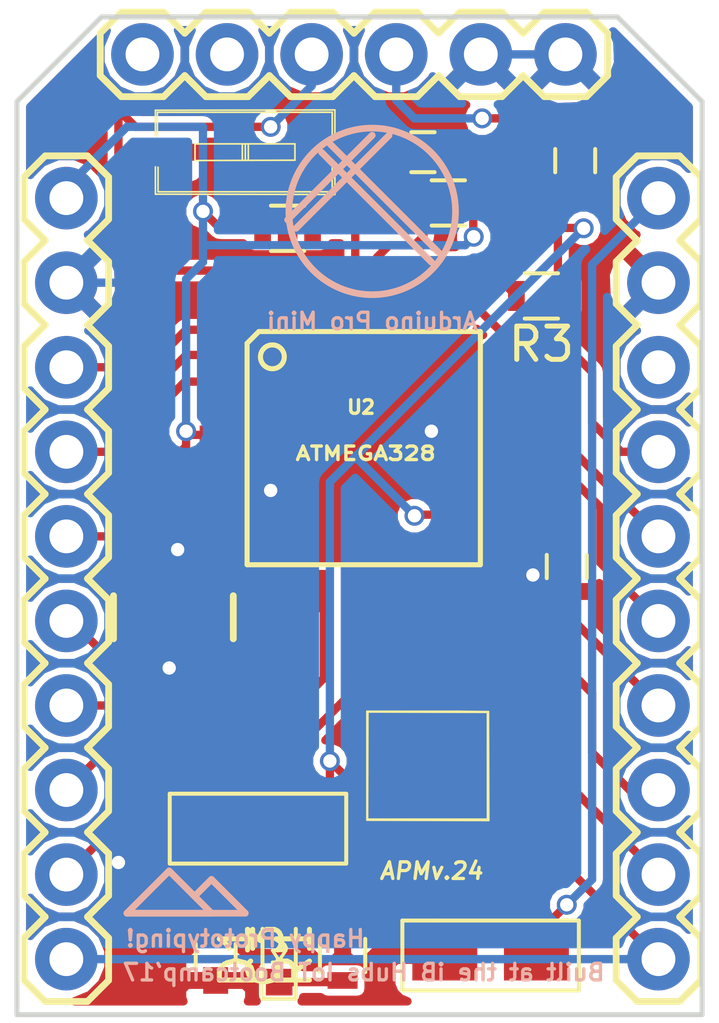
<source format=kicad_pcb>
(kicad_pcb (version 4) (host pcbnew 4.0.6)

  (general
    (links 55)
    (no_connects 0)
    (area 134.59225 82.42425 160.07475 116.655)
    (thickness 1.6)
    (drawings 24)
    (tracks 227)
    (zones 0)
    (modules 18)
    (nets 36)
  )

  (page A4)
  (layers
    (0 F.Cu signal)
    (31 B.Cu signal)
    (32 B.Adhes user)
    (33 F.Adhes user)
    (34 B.Paste user)
    (35 F.Paste user)
    (36 B.SilkS user)
    (37 F.SilkS user)
    (38 B.Mask user)
    (39 F.Mask user)
    (40 Dwgs.User user)
    (41 Cmts.User user)
    (42 Eco1.User user)
    (43 Eco2.User user)
    (44 Edge.Cuts user)
    (45 Margin user)
    (46 B.CrtYd user)
    (47 F.CrtYd user)
    (48 B.Fab user)
    (49 F.Fab user)
  )

  (setup
    (last_trace_width 0.25)
    (trace_clearance 0.2)
    (zone_clearance 0.2)
    (zone_45_only no)
    (trace_min 0.2)
    (segment_width 0.2)
    (edge_width 0.15)
    (via_size 0.6)
    (via_drill 0.4)
    (via_min_size 0.4)
    (via_min_drill 0.3)
    (uvia_size 0.3)
    (uvia_drill 0.1)
    (uvias_allowed no)
    (uvia_min_size 0.2)
    (uvia_min_drill 0.1)
    (pcb_text_width 0.3)
    (pcb_text_size 1.5 1.5)
    (mod_edge_width 0.15)
    (mod_text_size 1 1)
    (mod_text_width 0.15)
    (pad_size 1.524 1.524)
    (pad_drill 0.762)
    (pad_to_mask_clearance 0.2)
    (aux_axis_origin 0 0)
    (visible_elements 7FFFFFFF)
    (pcbplotparams
      (layerselection 0x00030_80000001)
      (usegerberextensions false)
      (excludeedgelayer true)
      (linewidth 0.100000)
      (plotframeref false)
      (viasonmask false)
      (mode 1)
      (useauxorigin false)
      (hpglpennumber 1)
      (hpglpenspeed 20)
      (hpglpendiameter 15)
      (hpglpenoverlay 2)
      (psnegative false)
      (psa4output false)
      (plotreference true)
      (plotvalue true)
      (plotinvisibletext false)
      (padsonsilk false)
      (subtractmaskfromsilk false)
      (outputformat 1)
      (mirror false)
      (drillshape 0)
      (scaleselection 1)
      (outputdirectory ""))
  )

  (net 0 "")
  (net 1 RAW)
  (net 2 GNDREF)
  (net 3 +3V3)
  (net 4 "Net-(C4-Pad1)")
  (net 5 "Net-(C4-Pad2)")
  (net 6 "Net-(C6-Pad1)")
  (net 7 "Net-(D1-Pad1)")
  (net 8 /D2)
  (net 9 /D3)
  (net 10 /D4)
  (net 11 /D5)
  (net 12 /D6)
  (net 13 /D7)
  (net 14 /D8)
  (net 15 /D10)
  (net 16 /A3)
  (net 17 /A2)
  (net 18 /A1)
  (net 19 /A0)
  (net 20 /SCK)
  (net 21 /MISO)
  (net 22 /MOSI)
  (net 23 /DTR)
  (net 24 /TXO)
  (net 25 /RXI)
  (net 26 "Net-(R3-Pad2)")
  (net 27 "Net-(R4-Pad2)")
  (net 28 "Net-(U1-Pad4)")
  (net 29 "Net-(U2-Pad7)")
  (net 30 "Net-(U2-Pad8)")
  (net 31 /D9)
  (net 32 "Net-(U2-Pad19)")
  (net 33 "Net-(U2-Pad22)")
  (net 34 "Net-(U2-Pad26)")
  (net 35 /TX0)

  (net_class Default "This is the default net class."
    (clearance 0.2)
    (trace_width 0.25)
    (via_dia 0.6)
    (via_drill 0.4)
    (uvia_dia 0.3)
    (uvia_drill 0.1)
    (add_net +3V3)
    (add_net /A0)
    (add_net /A1)
    (add_net /A2)
    (add_net /A3)
    (add_net /D10)
    (add_net /D2)
    (add_net /D3)
    (add_net /D4)
    (add_net /D5)
    (add_net /D6)
    (add_net /D7)
    (add_net /D8)
    (add_net /D9)
    (add_net /DTR)
    (add_net /MISO)
    (add_net /MOSI)
    (add_net /RXI)
    (add_net /SCK)
    (add_net /TX0)
    (add_net /TXO)
    (add_net GNDREF)
    (add_net "Net-(C4-Pad1)")
    (add_net "Net-(C4-Pad2)")
    (add_net "Net-(C6-Pad1)")
    (add_net "Net-(D1-Pad1)")
    (add_net "Net-(R3-Pad2)")
    (add_net "Net-(R4-Pad2)")
    (add_net "Net-(U1-Pad4)")
    (add_net "Net-(U2-Pad19)")
    (add_net "Net-(U2-Pad22)")
    (add_net "Net-(U2-Pad26)")
    (add_net "Net-(U2-Pad7)")
    (add_net "Net-(U2-Pad8)")
    (add_net RAW)
  )

  (module "Arduino Pro Mini_Footprint_Libraries_IoT_Bootcamp:Polarized Capacitor" (layer F.Cu) (tedit 594A4124) (tstamp 594A034C)
    (at 151.13 113.03 180)
    (descr "Tantalum capacitor, Case A, EIA 3216-18, 3.2x1.6x1.6mm, Reflow soldering footprint")
    (tags "capacitor tantalum smd")
    (path /594A3632)
    (attr smd)
    (fp_text reference C1 (at 0 -2.55 180) (layer F.SilkS) hide
      (effects (font (size 1 1) (thickness 0.15)))
    )
    (fp_text value 10uF (at 0 2.55 180) (layer F.SilkS) hide
      (effects (font (size 1 1) (thickness 0.15)))
    )
    (fp_line (start 1.61 -1.05) (end 2.65 -1.05) (layer F.SilkS) (width 0.12))
    (fp_line (start 2.65 -1.05) (end 2.65 1.05) (layer F.SilkS) (width 0.12))
    (fp_line (start 2.65 1.05) (end 1.62 1.05) (layer F.SilkS) (width 0.12))
    (fp_line (start -2.75 -1.2) (end -2.75 1.2) (layer F.CrtYd) (width 0.05))
    (fp_line (start -2.75 1.2) (end 2.75 1.2) (layer F.CrtYd) (width 0.05))
    (fp_line (start 2.75 1.2) (end 2.75 -1.2) (layer F.CrtYd) (width 0.05))
    (fp_line (start 2.75 -1.2) (end -2.75 -1.2) (layer F.CrtYd) (width 0.05))
    (fp_line (start -2.65 -1.05) (end 1.6 -1.05) (layer F.SilkS) (width 0.12))
    (fp_line (start -2.65 1.05) (end 1.6 1.05) (layer F.SilkS) (width 0.12))
    (fp_line (start -2.65 -1.05) (end -2.65 1.05) (layer F.SilkS) (width 0.12))
    (pad 1 smd rect (at -1.375 0 180) (size 1.95 1.5) (layers F.Cu F.Paste F.Mask)
      (net 1 RAW))
    (pad 2 smd rect (at 1.375 0 180) (size 1.95 1.5) (layers F.Cu F.Paste F.Mask)
      (net 2 GNDREF))
    (model Capacitors_Tantalum_SMD.3dshapes/CP_Tantalum_Case-A_EIA-3216-18.wrl
      (at (xyz 0 0 0))
      (scale (xyz 1 1 1))
      (rotate (xyz 0 0 0))
    )
  )

  (module "Arduino Pro Mini_Footprint_Libraries_IoT_Bootcamp:Polarized Capacitor" (layer F.Cu) (tedit 594A4116) (tstamp 594A0352)
    (at 144.145 109.22 180)
    (descr "Tantalum capacitor, Case A, EIA 3216-18, 3.2x1.6x1.6mm, Reflow soldering footprint")
    (tags "capacitor tantalum smd")
    (path /594A2BA0)
    (attr smd)
    (fp_text reference C2 (at 0 -2.55 180) (layer F.SilkS) hide
      (effects (font (size 1 1) (thickness 0.15)))
    )
    (fp_text value 10uF (at 0 2.55 180) (layer F.SilkS) hide
      (effects (font (size 1 1) (thickness 0.15)))
    )
    (fp_line (start 1.61 -1.05) (end 2.65 -1.05) (layer F.SilkS) (width 0.12))
    (fp_line (start 2.65 -1.05) (end 2.65 1.05) (layer F.SilkS) (width 0.12))
    (fp_line (start 2.65 1.05) (end 1.62 1.05) (layer F.SilkS) (width 0.12))
    (fp_line (start -2.75 -1.2) (end -2.75 1.2) (layer F.CrtYd) (width 0.05))
    (fp_line (start -2.75 1.2) (end 2.75 1.2) (layer F.CrtYd) (width 0.05))
    (fp_line (start 2.75 1.2) (end 2.75 -1.2) (layer F.CrtYd) (width 0.05))
    (fp_line (start 2.75 -1.2) (end -2.75 -1.2) (layer F.CrtYd) (width 0.05))
    (fp_line (start -2.65 -1.05) (end 1.6 -1.05) (layer F.SilkS) (width 0.12))
    (fp_line (start -2.65 1.05) (end 1.6 1.05) (layer F.SilkS) (width 0.12))
    (fp_line (start -2.65 -1.05) (end -2.65 1.05) (layer F.SilkS) (width 0.12))
    (pad 1 smd rect (at -1.375 0 180) (size 1.95 1.5) (layers F.Cu F.Paste F.Mask)
      (net 3 +3V3))
    (pad 2 smd rect (at 1.375 0 180) (size 1.95 1.5) (layers F.Cu F.Paste F.Mask)
      (net 2 GNDREF))
    (model Capacitors_Tantalum_SMD.3dshapes/CP_Tantalum_Case-A_EIA-3216-18.wrl
      (at (xyz 0 0 0))
      (scale (xyz 1 1 1))
      (rotate (xyz 0 0 0))
    )
  )

  (module "Arduino Pro Mini_Footprint_Libraries_IoT_Bootcamp:Capacitor_0603" (layer F.Cu) (tedit 594A4104) (tstamp 594A0358)
    (at 142.875 113.03 270)
    (descr "Capacitor SMD 0603, reflow soldering, AVX (see smccp.pdf)")
    (tags "capacitor 0603")
    (path /594A2C2B)
    (attr smd)
    (fp_text reference C3 (at 0 -1.5 270) (layer F.SilkS)
      (effects (font (size 1 1) (thickness 0.15)))
    )
    (fp_text value 0.1uFC (at 0 1.5 270) (layer F.SilkS) hide
      (effects (font (size 1 1) (thickness 0.15)))
    )
    (fp_line (start -0.35 -0.6) (end 0.35 -0.6) (layer F.SilkS) (width 0.12))
    (fp_line (start 0.35 0.6) (end -0.35 0.6) (layer F.SilkS) (width 0.12))
    (fp_line (start -1.4 -0.65) (end 1.4 -0.65) (layer F.CrtYd) (width 0.05))
    (fp_line (start -1.4 -0.65) (end -1.4 0.65) (layer F.CrtYd) (width 0.05))
    (fp_line (start 1.4 0.65) (end 1.4 -0.65) (layer F.CrtYd) (width 0.05))
    (fp_line (start 1.4 0.65) (end -1.4 0.65) (layer F.CrtYd) (width 0.05))
    (pad 1 smd rect (at -0.75 0 270) (size 0.8 0.75) (layers F.Cu F.Paste F.Mask)
      (net 3 +3V3))
    (pad 2 smd rect (at 0.75 0 270) (size 0.8 0.75) (layers F.Cu F.Paste F.Mask)
      (net 2 GNDREF))
    (model Capacitors_SMD.3dshapes/C_0603.wrl
      (at (xyz 0 0 0))
      (scale (xyz 1 1 1))
      (rotate (xyz 0 0 0))
    )
  )

  (module "Arduino Pro Mini_Footprint_Libraries_IoT_Bootcamp:Capacitor_0603" (layer F.Cu) (tedit 594A4174) (tstamp 594A035E)
    (at 149.098 88.9)
    (descr "Capacitor SMD 0603, reflow soldering, AVX (see smccp.pdf)")
    (tags "capacitor 0603")
    (path /5949FD6F)
    (attr smd)
    (fp_text reference C4 (at 0 -1.5) (layer F.SilkS) hide
      (effects (font (size 1 1) (thickness 0.15)))
    )
    (fp_text value 0.1uF (at 0 1.5) (layer F.SilkS) hide
      (effects (font (size 1 1) (thickness 0.15)))
    )
    (fp_line (start -0.35 -0.6) (end 0.35 -0.6) (layer F.SilkS) (width 0.12))
    (fp_line (start 0.35 0.6) (end -0.35 0.6) (layer F.SilkS) (width 0.12))
    (fp_line (start -1.4 -0.65) (end 1.4 -0.65) (layer F.CrtYd) (width 0.05))
    (fp_line (start -1.4 -0.65) (end -1.4 0.65) (layer F.CrtYd) (width 0.05))
    (fp_line (start 1.4 0.65) (end 1.4 -0.65) (layer F.CrtYd) (width 0.05))
    (fp_line (start 1.4 0.65) (end -1.4 0.65) (layer F.CrtYd) (width 0.05))
    (pad 1 smd rect (at -0.75 0) (size 0.8 0.75) (layers F.Cu F.Paste F.Mask)
      (net 4 "Net-(C4-Pad1)"))
    (pad 2 smd rect (at 0.75 0) (size 0.8 0.75) (layers F.Cu F.Paste F.Mask)
      (net 5 "Net-(C4-Pad2)"))
    (model Capacitors_SMD.3dshapes/C_0603.wrl
      (at (xyz 0 0 0))
      (scale (xyz 1 1 1))
      (rotate (xyz 0 0 0))
    )
  )

  (module "Arduino Pro Mini_Footprint_Libraries_IoT_Bootcamp:Capacitor_0603" (layer F.Cu) (tedit 594A40C0) (tstamp 594A0364)
    (at 153.67 89.154 270)
    (descr "Capacitor SMD 0603, reflow soldering, AVX (see smccp.pdf)")
    (tags "capacitor 0603")
    (path /5949F92A)
    (attr smd)
    (fp_text reference C5 (at 0 -1.5 270) (layer F.SilkS) hide
      (effects (font (size 1 1) (thickness 0.15)))
    )
    (fp_text value 0.1uF (at 0 1.5 270) (layer F.SilkS) hide
      (effects (font (size 1 1) (thickness 0.15)))
    )
    (fp_line (start -0.35 -0.6) (end 0.35 -0.6) (layer F.SilkS) (width 0.12))
    (fp_line (start 0.35 0.6) (end -0.35 0.6) (layer F.SilkS) (width 0.12))
    (fp_line (start -1.4 -0.65) (end 1.4 -0.65) (layer F.CrtYd) (width 0.05))
    (fp_line (start -1.4 -0.65) (end -1.4 0.65) (layer F.CrtYd) (width 0.05))
    (fp_line (start 1.4 0.65) (end 1.4 -0.65) (layer F.CrtYd) (width 0.05))
    (fp_line (start 1.4 0.65) (end -1.4 0.65) (layer F.CrtYd) (width 0.05))
    (pad 1 smd rect (at -0.75 0 270) (size 0.8 0.75) (layers F.Cu F.Paste F.Mask)
      (net 3 +3V3))
    (pad 2 smd rect (at 0.75 0 270) (size 0.8 0.75) (layers F.Cu F.Paste F.Mask)
      (net 2 GNDREF))
    (model Capacitors_SMD.3dshapes/C_0603.wrl
      (at (xyz 0 0 0))
      (scale (xyz 1 1 1))
      (rotate (xyz 0 0 0))
    )
  )

  (module "Arduino Pro Mini_Footprint_Libraries_IoT_Bootcamp:Capacitor_0603" (layer F.Cu) (tedit 594A40E2) (tstamp 594A036A)
    (at 153.416 101.346 270)
    (descr "Capacitor SMD 0603, reflow soldering, AVX (see smccp.pdf)")
    (tags "capacitor 0603")
    (path /5949FFC1)
    (attr smd)
    (fp_text reference C6 (at 0 -1.5 270) (layer F.SilkS) hide
      (effects (font (size 1 1) (thickness 0.15)))
    )
    (fp_text value 0.1uF (at 0 1.5 270) (layer F.SilkS) hide
      (effects (font (size 1 1) (thickness 0.15)))
    )
    (fp_line (start -0.35 -0.6) (end 0.35 -0.6) (layer F.SilkS) (width 0.12))
    (fp_line (start 0.35 0.6) (end -0.35 0.6) (layer F.SilkS) (width 0.12))
    (fp_line (start -1.4 -0.65) (end 1.4 -0.65) (layer F.CrtYd) (width 0.05))
    (fp_line (start -1.4 -0.65) (end -1.4 0.65) (layer F.CrtYd) (width 0.05))
    (fp_line (start 1.4 0.65) (end 1.4 -0.65) (layer F.CrtYd) (width 0.05))
    (fp_line (start 1.4 0.65) (end -1.4 0.65) (layer F.CrtYd) (width 0.05))
    (pad 1 smd rect (at -0.75 0 270) (size 0.8 0.75) (layers F.Cu F.Paste F.Mask)
      (net 6 "Net-(C6-Pad1)"))
    (pad 2 smd rect (at 0.75 0 270) (size 0.8 0.75) (layers F.Cu F.Paste F.Mask)
      (net 2 GNDREF))
    (model Capacitors_SMD.3dshapes/C_0603.wrl
      (at (xyz 0 0 0))
      (scale (xyz 1 1 1))
      (rotate (xyz 0 0 0))
    )
  )

  (module "Arduino Pro Mini_Footprint_Libraries_IoT_Bootcamp:LED_0603" (layer F.Cu) (tedit 594A4111) (tstamp 594A0370)
    (at 144.78 113.03 90)
    (descr "LED 0603 smd package")
    (tags "LED led 0603 SMD smd SMT smt smdled SMDLED smtled SMTLED")
    (path /594A249D)
    (attr smd)
    (fp_text reference D1 (at 0 -1.25 90) (layer F.SilkS)
      (effects (font (size 1 1) (thickness 0.15)))
    )
    (fp_text value "RED LED" (at 0 1.35 90) (layer F.SilkS) hide
      (effects (font (size 1 1) (thickness 0.15)))
    )
    (fp_line (start -1.3 -0.5) (end -1.3 0.5) (layer F.SilkS) (width 0.12))
    (fp_line (start -0.2 -0.2) (end -0.2 0.2) (layer F.SilkS) (width 0.1))
    (fp_line (start -0.15 0) (end 0.15 -0.2) (layer F.SilkS) (width 0.1))
    (fp_line (start 0.15 0.2) (end -0.15 0) (layer F.SilkS) (width 0.1))
    (fp_line (start 0.15 -0.2) (end 0.15 0.2) (layer F.SilkS) (width 0.1))
    (fp_line (start -1.3 0.5) (end 0.8 0.5) (layer F.SilkS) (width 0.12))
    (fp_line (start -1.3 -0.5) (end 0.8 -0.5) (layer F.SilkS) (width 0.12))
    (fp_line (start 1.45 -0.65) (end 1.45 0.65) (layer F.CrtYd) (width 0.05))
    (fp_line (start 1.45 0.65) (end -1.45 0.65) (layer F.CrtYd) (width 0.05))
    (fp_line (start -1.45 0.65) (end -1.45 -0.65) (layer F.CrtYd) (width 0.05))
    (fp_line (start -1.45 -0.65) (end 1.45 -0.65) (layer F.CrtYd) (width 0.05))
    (pad 2 smd rect (at 0.8 0 270) (size 0.8 0.8) (layers F.Cu F.Paste F.Mask)
      (net 3 +3V3))
    (pad 1 smd rect (at -0.8 0 270) (size 0.8 0.8) (layers F.Cu F.Paste F.Mask)
      (net 7 "Net-(D1-Pad1)"))
    (model LEDs.3dshapes/LED_0603.wrl
      (at (xyz 0 0 0))
      (scale (xyz 1 1 1))
      (rotate (xyz 0 0 180))
    )
  )

  (module "Arduino Pro Mini_Footprint_Libraries_IoT_Bootcamp:Pin_Header_1X10" (layer F.Cu) (tedit 594A40AB) (tstamp 594A037E)
    (at 138.43 101.6 270)
    (path /594A4EE4)
    (attr virtual)
    (fp_text reference J1 (at 0.03 -2.49 270) (layer F.SilkS) hide
      (effects (font (size 1.27 1.27) (thickness 0.3175)))
    )
    (fp_text value GPIO_HEADER (at 0.06 2.59 270) (layer F.SilkS) hide
      (effects (font (size 1.27 1.27) (thickness 0.3175)))
    )
    (fp_line (start 3.666 0.294) (end 4.174 0.294) (layer Dwgs.User) (width 0.06604))
    (fp_line (start 4.174 0.294) (end 4.174 -0.214) (layer Dwgs.User) (width 0.06604))
    (fp_line (start 3.666 -0.214) (end 4.174 -0.214) (layer Dwgs.User) (width 0.06604))
    (fp_line (start 3.666 0.294) (end 3.666 -0.214) (layer Dwgs.User) (width 0.06604))
    (fp_line (start 1.126 0.294) (end 1.634 0.294) (layer Dwgs.User) (width 0.06604))
    (fp_line (start 1.634 0.294) (end 1.634 -0.214) (layer Dwgs.User) (width 0.06604))
    (fp_line (start 1.126 -0.214) (end 1.634 -0.214) (layer Dwgs.User) (width 0.06604))
    (fp_line (start 1.126 0.294) (end 1.126 -0.214) (layer Dwgs.User) (width 0.06604))
    (fp_line (start -1.414 0.294) (end -0.906 0.294) (layer Dwgs.User) (width 0.06604))
    (fp_line (start -0.906 0.294) (end -0.906 -0.214) (layer Dwgs.User) (width 0.06604))
    (fp_line (start -1.414 -0.214) (end -0.906 -0.214) (layer Dwgs.User) (width 0.06604))
    (fp_line (start -1.414 0.294) (end -1.414 -0.214) (layer Dwgs.User) (width 0.06604))
    (fp_line (start -3.954 0.294) (end -3.446 0.294) (layer Dwgs.User) (width 0.06604))
    (fp_line (start -3.446 0.294) (end -3.446 -0.214) (layer Dwgs.User) (width 0.06604))
    (fp_line (start -3.954 -0.214) (end -3.446 -0.214) (layer Dwgs.User) (width 0.06604))
    (fp_line (start -3.954 0.294) (end -3.954 -0.214) (layer Dwgs.User) (width 0.06604))
    (fp_line (start -6.494 0.294) (end -5.986 0.294) (layer Dwgs.User) (width 0.06604))
    (fp_line (start -5.986 0.294) (end -5.986 -0.214) (layer Dwgs.User) (width 0.06604))
    (fp_line (start -6.494 -0.214) (end -5.986 -0.214) (layer Dwgs.User) (width 0.06604))
    (fp_line (start -6.494 0.294) (end -6.494 -0.214) (layer Dwgs.User) (width 0.06604))
    (fp_line (start -9.034 0.294) (end -8.526 0.294) (layer Dwgs.User) (width 0.06604))
    (fp_line (start -8.526 0.294) (end -8.526 -0.214) (layer Dwgs.User) (width 0.06604))
    (fp_line (start -9.034 -0.214) (end -8.526 -0.214) (layer Dwgs.User) (width 0.06604))
    (fp_line (start -9.034 0.294) (end -9.034 -0.214) (layer Dwgs.User) (width 0.06604))
    (fp_line (start -11.574 0.294) (end -11.066 0.294) (layer Dwgs.User) (width 0.06604))
    (fp_line (start -11.066 0.294) (end -11.066 -0.214) (layer Dwgs.User) (width 0.06604))
    (fp_line (start -11.574 -0.214) (end -11.066 -0.214) (layer Dwgs.User) (width 0.06604))
    (fp_line (start -11.574 0.294) (end -11.574 -0.214) (layer Dwgs.User) (width 0.06604))
    (fp_line (start 6.20346 0.294) (end 6.714 0.294) (layer Dwgs.User) (width 0.06604))
    (fp_line (start 6.714 0.294) (end 6.714 -0.214) (layer Dwgs.User) (width 0.06604))
    (fp_line (start 6.20346 -0.214) (end 6.714 -0.214) (layer Dwgs.User) (width 0.06604))
    (fp_line (start 6.20346 0.294) (end 6.20346 -0.214) (layer Dwgs.User) (width 0.06604))
    (fp_line (start 8.746 0.294) (end 9.254 0.294) (layer Dwgs.User) (width 0.06604))
    (fp_line (start 9.254 0.294) (end 9.254 -0.214) (layer Dwgs.User) (width 0.06604))
    (fp_line (start 8.746 -0.214) (end 9.254 -0.214) (layer Dwgs.User) (width 0.06604))
    (fp_line (start 8.746 0.294) (end 8.746 -0.214) (layer Dwgs.User) (width 0.06604))
    (fp_line (start 11.286 0.294) (end 11.794 0.294) (layer Dwgs.User) (width 0.06604))
    (fp_line (start 11.794 0.294) (end 11.794 -0.214) (layer Dwgs.User) (width 0.06604))
    (fp_line (start 11.286 -0.214) (end 11.794 -0.214) (layer Dwgs.User) (width 0.06604))
    (fp_line (start 11.286 0.294) (end 11.286 -0.214) (layer Dwgs.User) (width 0.06604))
    (fp_line (start 3.285 -1.23) (end 4.555 -1.23) (layer F.SilkS) (width 0.2032))
    (fp_line (start 4.555 -1.23) (end 5.19 -0.595) (layer F.SilkS) (width 0.2032))
    (fp_line (start 5.19 0.675) (end 4.555 1.31) (layer F.SilkS) (width 0.2032))
    (fp_line (start 0.11 -0.595) (end 0.745 -1.23) (layer F.SilkS) (width 0.2032))
    (fp_line (start 0.745 -1.23) (end 2.015 -1.23) (layer F.SilkS) (width 0.2032))
    (fp_line (start 2.015 -1.23) (end 2.65 -0.595) (layer F.SilkS) (width 0.2032))
    (fp_line (start 2.65 0.675) (end 2.015 1.31) (layer F.SilkS) (width 0.2032))
    (fp_line (start 2.015 1.31) (end 0.745 1.31) (layer F.SilkS) (width 0.2032))
    (fp_line (start 0.745 1.31) (end 0.11 0.675) (layer F.SilkS) (width 0.2032))
    (fp_line (start 3.285 -1.23) (end 2.65 -0.595) (layer F.SilkS) (width 0.2032))
    (fp_line (start 2.65 0.675) (end 3.285 1.31) (layer F.SilkS) (width 0.2032))
    (fp_line (start 4.555 1.31) (end 3.285 1.31) (layer F.SilkS) (width 0.2032))
    (fp_line (start -4.335 -1.23) (end -3.065 -1.23) (layer F.SilkS) (width 0.2032))
    (fp_line (start -3.065 -1.23) (end -2.43 -0.595) (layer F.SilkS) (width 0.2032))
    (fp_line (start -2.43 0.675) (end -3.065 1.31) (layer F.SilkS) (width 0.2032))
    (fp_line (start -2.43 -0.595) (end -1.795 -1.23) (layer F.SilkS) (width 0.2032))
    (fp_line (start -1.795 -1.23) (end -0.525 -1.23) (layer F.SilkS) (width 0.2032))
    (fp_line (start -0.525 -1.23) (end 0.11 -0.595) (layer F.SilkS) (width 0.2032))
    (fp_line (start 0.11 0.675) (end -0.525 1.31) (layer F.SilkS) (width 0.2032))
    (fp_line (start -0.525 1.31) (end -1.795 1.31) (layer F.SilkS) (width 0.2032))
    (fp_line (start -1.795 1.31) (end -2.43 0.675) (layer F.SilkS) (width 0.2032))
    (fp_line (start -7.51 -0.595) (end -6.875 -1.23) (layer F.SilkS) (width 0.2032))
    (fp_line (start -6.875 -1.23) (end -5.605 -1.23) (layer F.SilkS) (width 0.2032))
    (fp_line (start -5.605 -1.23) (end -4.97 -0.595) (layer F.SilkS) (width 0.2032))
    (fp_line (start -4.97 0.675) (end -5.605 1.31) (layer F.SilkS) (width 0.2032))
    (fp_line (start -5.605 1.31) (end -6.875 1.31) (layer F.SilkS) (width 0.2032))
    (fp_line (start -6.875 1.31) (end -7.51 0.675) (layer F.SilkS) (width 0.2032))
    (fp_line (start -4.335 -1.23) (end -4.97 -0.595) (layer F.SilkS) (width 0.2032))
    (fp_line (start -4.97 0.675) (end -4.335 1.31) (layer F.SilkS) (width 0.2032))
    (fp_line (start -3.065 1.31) (end -4.335 1.31) (layer F.SilkS) (width 0.2032))
    (fp_line (start -11.955 -1.23) (end -10.685 -1.23) (layer F.SilkS) (width 0.2032))
    (fp_line (start -10.685 -1.23) (end -10.05 -0.595) (layer F.SilkS) (width 0.2032))
    (fp_line (start -10.05 0.675) (end -10.685 1.31) (layer F.SilkS) (width 0.2032))
    (fp_line (start -10.05 -0.595) (end -9.415 -1.23) (layer F.SilkS) (width 0.2032))
    (fp_line (start -9.415 -1.23) (end -8.145 -1.23) (layer F.SilkS) (width 0.2032))
    (fp_line (start -8.145 -1.23) (end -7.51 -0.595) (layer F.SilkS) (width 0.2032))
    (fp_line (start -7.51 0.675) (end -8.145 1.31) (layer F.SilkS) (width 0.2032))
    (fp_line (start -8.145 1.31) (end -9.415 1.31) (layer F.SilkS) (width 0.2032))
    (fp_line (start -9.415 1.31) (end -10.05 0.675) (layer F.SilkS) (width 0.2032))
    (fp_line (start -12.59 -0.595) (end -12.59 0.675) (layer F.SilkS) (width 0.2032))
    (fp_line (start -11.955 -1.23) (end -12.59 -0.595) (layer F.SilkS) (width 0.2032))
    (fp_line (start -12.59 0.675) (end -11.955 1.31) (layer F.SilkS) (width 0.2032))
    (fp_line (start -10.685 1.31) (end -11.955 1.31) (layer F.SilkS) (width 0.2032))
    (fp_line (start 5.825 -1.23) (end 7.095 -1.23) (layer F.SilkS) (width 0.2032))
    (fp_line (start 7.095 -1.23) (end 7.73 -0.595) (layer F.SilkS) (width 0.2032))
    (fp_line (start 7.73 0.675) (end 7.095 1.31) (layer F.SilkS) (width 0.2032))
    (fp_line (start 5.825 -1.23) (end 5.19 -0.595) (layer F.SilkS) (width 0.2032))
    (fp_line (start 5.19 0.675) (end 5.825 1.31) (layer F.SilkS) (width 0.2032))
    (fp_line (start 7.095 1.31) (end 5.825 1.31) (layer F.SilkS) (width 0.2032))
    (fp_line (start 8.365 -1.23) (end 9.635 -1.23) (layer F.SilkS) (width 0.2032))
    (fp_line (start 9.635 -1.23) (end 10.27 -0.595) (layer F.SilkS) (width 0.2032))
    (fp_line (start 10.27 0.675) (end 9.635 1.31) (layer F.SilkS) (width 0.2032))
    (fp_line (start 8.365 -1.23) (end 7.73 -0.595) (layer F.SilkS) (width 0.2032))
    (fp_line (start 7.73 0.675) (end 8.365 1.31) (layer F.SilkS) (width 0.2032))
    (fp_line (start 9.635 1.31) (end 8.365 1.31) (layer F.SilkS) (width 0.2032))
    (fp_line (start 10.905 -1.23) (end 12.175 -1.23) (layer F.SilkS) (width 0.2032))
    (fp_line (start 12.175 -1.23) (end 12.81 -0.595) (layer F.SilkS) (width 0.2032))
    (fp_line (start 12.81 -0.595) (end 12.81 0.675) (layer F.SilkS) (width 0.2032))
    (fp_line (start 12.81 0.675) (end 12.175 1.31) (layer F.SilkS) (width 0.2032))
    (fp_line (start 10.905 -1.23) (end 10.27 -0.595) (layer F.SilkS) (width 0.2032))
    (fp_line (start 10.27 0.675) (end 10.905 1.31) (layer F.SilkS) (width 0.2032))
    (fp_line (start 12.175 1.31) (end 10.905 1.31) (layer F.SilkS) (width 0.2032))
    (pad 1 thru_hole circle (at -11.32 0.04 270) (size 1.8796 1.8796) (drill 1.016) (layers *.Cu *.Paste *.Mask)
      (net 3 +3V3))
    (pad 2 thru_hole circle (at -8.78 0.04 270) (size 1.8796 1.8796) (drill 1.016) (layers *.Cu *.Paste *.Mask)
      (net 2 GNDREF))
    (pad 3 thru_hole circle (at -6.24 0.04 270) (size 1.8796 1.8796) (drill 1.016) (layers *.Cu *.Paste *.Mask)
      (net 8 /D2))
    (pad 4 thru_hole circle (at -3.7 0.04 270) (size 1.8796 1.8796) (drill 1.016) (layers *.Cu *.Paste *.Mask)
      (net 9 /D3))
    (pad 5 thru_hole circle (at -1.16 0.04 270) (size 1.8796 1.8796) (drill 1.016) (layers *.Cu *.Paste *.Mask)
      (net 10 /D4))
    (pad 6 thru_hole circle (at 1.38 0.04 270) (size 1.8796 1.8796) (drill 1.016) (layers *.Cu *.Paste *.Mask)
      (net 11 /D5))
    (pad 7 thru_hole circle (at 3.92 0.04 270) (size 1.8796 1.8796) (drill 1.016) (layers *.Cu *.Paste *.Mask)
      (net 12 /D6))
    (pad 8 thru_hole circle (at 6.46 0.04 270) (size 1.8796 1.8796) (drill 1.016) (layers *.Cu *.Paste *.Mask)
      (net 13 /D7))
    (pad 9 thru_hole circle (at 9 0.04 270) (size 1.8796 1.8796) (drill 1.016) (layers *.Cu *.Paste *.Mask)
      (net 14 /D8))
    (pad 10 thru_hole circle (at 11.54 0.04 270) (size 1.8796 1.8796) (drill 1.016) (layers *.Cu *.Paste *.Mask)
      (net 15 /D10))
  )

  (module "Arduino Pro Mini_Footprint_Libraries_IoT_Bootcamp:Pin_Header_1X10" (layer F.Cu) (tedit 594A40A1) (tstamp 594A038C)
    (at 156.21 101.6 270)
    (path /594A53FF)
    (attr virtual)
    (fp_text reference J2 (at 0.03 -2.49 270) (layer F.SilkS) hide
      (effects (font (size 1.27 1.27) (thickness 0.3175)))
    )
    (fp_text value 10_PinCONNECTOR (at 0.06 2.59 270) (layer F.SilkS) hide
      (effects (font (size 1.27 1.27) (thickness 0.3175)))
    )
    (fp_line (start 3.666 0.294) (end 4.174 0.294) (layer Dwgs.User) (width 0.06604))
    (fp_line (start 4.174 0.294) (end 4.174 -0.214) (layer Dwgs.User) (width 0.06604))
    (fp_line (start 3.666 -0.214) (end 4.174 -0.214) (layer Dwgs.User) (width 0.06604))
    (fp_line (start 3.666 0.294) (end 3.666 -0.214) (layer Dwgs.User) (width 0.06604))
    (fp_line (start 1.126 0.294) (end 1.634 0.294) (layer Dwgs.User) (width 0.06604))
    (fp_line (start 1.634 0.294) (end 1.634 -0.214) (layer Dwgs.User) (width 0.06604))
    (fp_line (start 1.126 -0.214) (end 1.634 -0.214) (layer Dwgs.User) (width 0.06604))
    (fp_line (start 1.126 0.294) (end 1.126 -0.214) (layer Dwgs.User) (width 0.06604))
    (fp_line (start -1.414 0.294) (end -0.906 0.294) (layer Dwgs.User) (width 0.06604))
    (fp_line (start -0.906 0.294) (end -0.906 -0.214) (layer Dwgs.User) (width 0.06604))
    (fp_line (start -1.414 -0.214) (end -0.906 -0.214) (layer Dwgs.User) (width 0.06604))
    (fp_line (start -1.414 0.294) (end -1.414 -0.214) (layer Dwgs.User) (width 0.06604))
    (fp_line (start -3.954 0.294) (end -3.446 0.294) (layer Dwgs.User) (width 0.06604))
    (fp_line (start -3.446 0.294) (end -3.446 -0.214) (layer Dwgs.User) (width 0.06604))
    (fp_line (start -3.954 -0.214) (end -3.446 -0.214) (layer Dwgs.User) (width 0.06604))
    (fp_line (start -3.954 0.294) (end -3.954 -0.214) (layer Dwgs.User) (width 0.06604))
    (fp_line (start -6.494 0.294) (end -5.986 0.294) (layer Dwgs.User) (width 0.06604))
    (fp_line (start -5.986 0.294) (end -5.986 -0.214) (layer Dwgs.User) (width 0.06604))
    (fp_line (start -6.494 -0.214) (end -5.986 -0.214) (layer Dwgs.User) (width 0.06604))
    (fp_line (start -6.494 0.294) (end -6.494 -0.214) (layer Dwgs.User) (width 0.06604))
    (fp_line (start -9.034 0.294) (end -8.526 0.294) (layer Dwgs.User) (width 0.06604))
    (fp_line (start -8.526 0.294) (end -8.526 -0.214) (layer Dwgs.User) (width 0.06604))
    (fp_line (start -9.034 -0.214) (end -8.526 -0.214) (layer Dwgs.User) (width 0.06604))
    (fp_line (start -9.034 0.294) (end -9.034 -0.214) (layer Dwgs.User) (width 0.06604))
    (fp_line (start -11.574 0.294) (end -11.066 0.294) (layer Dwgs.User) (width 0.06604))
    (fp_line (start -11.066 0.294) (end -11.066 -0.214) (layer Dwgs.User) (width 0.06604))
    (fp_line (start -11.574 -0.214) (end -11.066 -0.214) (layer Dwgs.User) (width 0.06604))
    (fp_line (start -11.574 0.294) (end -11.574 -0.214) (layer Dwgs.User) (width 0.06604))
    (fp_line (start 6.20346 0.294) (end 6.714 0.294) (layer Dwgs.User) (width 0.06604))
    (fp_line (start 6.714 0.294) (end 6.714 -0.214) (layer Dwgs.User) (width 0.06604))
    (fp_line (start 6.20346 -0.214) (end 6.714 -0.214) (layer Dwgs.User) (width 0.06604))
    (fp_line (start 6.20346 0.294) (end 6.20346 -0.214) (layer Dwgs.User) (width 0.06604))
    (fp_line (start 8.746 0.294) (end 9.254 0.294) (layer Dwgs.User) (width 0.06604))
    (fp_line (start 9.254 0.294) (end 9.254 -0.214) (layer Dwgs.User) (width 0.06604))
    (fp_line (start 8.746 -0.214) (end 9.254 -0.214) (layer Dwgs.User) (width 0.06604))
    (fp_line (start 8.746 0.294) (end 8.746 -0.214) (layer Dwgs.User) (width 0.06604))
    (fp_line (start 11.286 0.294) (end 11.794 0.294) (layer Dwgs.User) (width 0.06604))
    (fp_line (start 11.794 0.294) (end 11.794 -0.214) (layer Dwgs.User) (width 0.06604))
    (fp_line (start 11.286 -0.214) (end 11.794 -0.214) (layer Dwgs.User) (width 0.06604))
    (fp_line (start 11.286 0.294) (end 11.286 -0.214) (layer Dwgs.User) (width 0.06604))
    (fp_line (start 3.285 -1.23) (end 4.555 -1.23) (layer F.SilkS) (width 0.2032))
    (fp_line (start 4.555 -1.23) (end 5.19 -0.595) (layer F.SilkS) (width 0.2032))
    (fp_line (start 5.19 0.675) (end 4.555 1.31) (layer F.SilkS) (width 0.2032))
    (fp_line (start 0.11 -0.595) (end 0.745 -1.23) (layer F.SilkS) (width 0.2032))
    (fp_line (start 0.745 -1.23) (end 2.015 -1.23) (layer F.SilkS) (width 0.2032))
    (fp_line (start 2.015 -1.23) (end 2.65 -0.595) (layer F.SilkS) (width 0.2032))
    (fp_line (start 2.65 0.675) (end 2.015 1.31) (layer F.SilkS) (width 0.2032))
    (fp_line (start 2.015 1.31) (end 0.745 1.31) (layer F.SilkS) (width 0.2032))
    (fp_line (start 0.745 1.31) (end 0.11 0.675) (layer F.SilkS) (width 0.2032))
    (fp_line (start 3.285 -1.23) (end 2.65 -0.595) (layer F.SilkS) (width 0.2032))
    (fp_line (start 2.65 0.675) (end 3.285 1.31) (layer F.SilkS) (width 0.2032))
    (fp_line (start 4.555 1.31) (end 3.285 1.31) (layer F.SilkS) (width 0.2032))
    (fp_line (start -4.335 -1.23) (end -3.065 -1.23) (layer F.SilkS) (width 0.2032))
    (fp_line (start -3.065 -1.23) (end -2.43 -0.595) (layer F.SilkS) (width 0.2032))
    (fp_line (start -2.43 0.675) (end -3.065 1.31) (layer F.SilkS) (width 0.2032))
    (fp_line (start -2.43 -0.595) (end -1.795 -1.23) (layer F.SilkS) (width 0.2032))
    (fp_line (start -1.795 -1.23) (end -0.525 -1.23) (layer F.SilkS) (width 0.2032))
    (fp_line (start -0.525 -1.23) (end 0.11 -0.595) (layer F.SilkS) (width 0.2032))
    (fp_line (start 0.11 0.675) (end -0.525 1.31) (layer F.SilkS) (width 0.2032))
    (fp_line (start -0.525 1.31) (end -1.795 1.31) (layer F.SilkS) (width 0.2032))
    (fp_line (start -1.795 1.31) (end -2.43 0.675) (layer F.SilkS) (width 0.2032))
    (fp_line (start -7.51 -0.595) (end -6.875 -1.23) (layer F.SilkS) (width 0.2032))
    (fp_line (start -6.875 -1.23) (end -5.605 -1.23) (layer F.SilkS) (width 0.2032))
    (fp_line (start -5.605 -1.23) (end -4.97 -0.595) (layer F.SilkS) (width 0.2032))
    (fp_line (start -4.97 0.675) (end -5.605 1.31) (layer F.SilkS) (width 0.2032))
    (fp_line (start -5.605 1.31) (end -6.875 1.31) (layer F.SilkS) (width 0.2032))
    (fp_line (start -6.875 1.31) (end -7.51 0.675) (layer F.SilkS) (width 0.2032))
    (fp_line (start -4.335 -1.23) (end -4.97 -0.595) (layer F.SilkS) (width 0.2032))
    (fp_line (start -4.97 0.675) (end -4.335 1.31) (layer F.SilkS) (width 0.2032))
    (fp_line (start -3.065 1.31) (end -4.335 1.31) (layer F.SilkS) (width 0.2032))
    (fp_line (start -11.955 -1.23) (end -10.685 -1.23) (layer F.SilkS) (width 0.2032))
    (fp_line (start -10.685 -1.23) (end -10.05 -0.595) (layer F.SilkS) (width 0.2032))
    (fp_line (start -10.05 0.675) (end -10.685 1.31) (layer F.SilkS) (width 0.2032))
    (fp_line (start -10.05 -0.595) (end -9.415 -1.23) (layer F.SilkS) (width 0.2032))
    (fp_line (start -9.415 -1.23) (end -8.145 -1.23) (layer F.SilkS) (width 0.2032))
    (fp_line (start -8.145 -1.23) (end -7.51 -0.595) (layer F.SilkS) (width 0.2032))
    (fp_line (start -7.51 0.675) (end -8.145 1.31) (layer F.SilkS) (width 0.2032))
    (fp_line (start -8.145 1.31) (end -9.415 1.31) (layer F.SilkS) (width 0.2032))
    (fp_line (start -9.415 1.31) (end -10.05 0.675) (layer F.SilkS) (width 0.2032))
    (fp_line (start -12.59 -0.595) (end -12.59 0.675) (layer F.SilkS) (width 0.2032))
    (fp_line (start -11.955 -1.23) (end -12.59 -0.595) (layer F.SilkS) (width 0.2032))
    (fp_line (start -12.59 0.675) (end -11.955 1.31) (layer F.SilkS) (width 0.2032))
    (fp_line (start -10.685 1.31) (end -11.955 1.31) (layer F.SilkS) (width 0.2032))
    (fp_line (start 5.825 -1.23) (end 7.095 -1.23) (layer F.SilkS) (width 0.2032))
    (fp_line (start 7.095 -1.23) (end 7.73 -0.595) (layer F.SilkS) (width 0.2032))
    (fp_line (start 7.73 0.675) (end 7.095 1.31) (layer F.SilkS) (width 0.2032))
    (fp_line (start 5.825 -1.23) (end 5.19 -0.595) (layer F.SilkS) (width 0.2032))
    (fp_line (start 5.19 0.675) (end 5.825 1.31) (layer F.SilkS) (width 0.2032))
    (fp_line (start 7.095 1.31) (end 5.825 1.31) (layer F.SilkS) (width 0.2032))
    (fp_line (start 8.365 -1.23) (end 9.635 -1.23) (layer F.SilkS) (width 0.2032))
    (fp_line (start 9.635 -1.23) (end 10.27 -0.595) (layer F.SilkS) (width 0.2032))
    (fp_line (start 10.27 0.675) (end 9.635 1.31) (layer F.SilkS) (width 0.2032))
    (fp_line (start 8.365 -1.23) (end 7.73 -0.595) (layer F.SilkS) (width 0.2032))
    (fp_line (start 7.73 0.675) (end 8.365 1.31) (layer F.SilkS) (width 0.2032))
    (fp_line (start 9.635 1.31) (end 8.365 1.31) (layer F.SilkS) (width 0.2032))
    (fp_line (start 10.905 -1.23) (end 12.175 -1.23) (layer F.SilkS) (width 0.2032))
    (fp_line (start 12.175 -1.23) (end 12.81 -0.595) (layer F.SilkS) (width 0.2032))
    (fp_line (start 12.81 -0.595) (end 12.81 0.675) (layer F.SilkS) (width 0.2032))
    (fp_line (start 12.81 0.675) (end 12.175 1.31) (layer F.SilkS) (width 0.2032))
    (fp_line (start 10.905 -1.23) (end 10.27 -0.595) (layer F.SilkS) (width 0.2032))
    (fp_line (start 10.27 0.675) (end 10.905 1.31) (layer F.SilkS) (width 0.2032))
    (fp_line (start 12.175 1.31) (end 10.905 1.31) (layer F.SilkS) (width 0.2032))
    (pad 1 thru_hole circle (at -11.32 0.04 270) (size 1.8796 1.8796) (drill 1.016) (layers *.Cu *.Paste *.Mask)
      (net 1 RAW))
    (pad 2 thru_hole circle (at -8.78 0.04 270) (size 1.8796 1.8796) (drill 1.016) (layers *.Cu *.Paste *.Mask)
      (net 2 GNDREF))
    (pad 3 thru_hole circle (at -6.24 0.04 270) (size 1.8796 1.8796) (drill 1.016) (layers *.Cu *.Paste *.Mask)
      (net 16 /A3))
    (pad 4 thru_hole circle (at -3.7 0.04 270) (size 1.8796 1.8796) (drill 1.016) (layers *.Cu *.Paste *.Mask)
      (net 17 /A2))
    (pad 5 thru_hole circle (at -1.16 0.04 270) (size 1.8796 1.8796) (drill 1.016) (layers *.Cu *.Paste *.Mask)
      (net 18 /A1))
    (pad 6 thru_hole circle (at 1.38 0.04 270) (size 1.8796 1.8796) (drill 1.016) (layers *.Cu *.Paste *.Mask)
      (net 19 /A0))
    (pad 7 thru_hole circle (at 3.92 0.04 270) (size 1.8796 1.8796) (drill 1.016) (layers *.Cu *.Paste *.Mask)
      (net 20 /SCK))
    (pad 8 thru_hole circle (at 6.46 0.04 270) (size 1.8796 1.8796) (drill 1.016) (layers *.Cu *.Paste *.Mask)
      (net 21 /MISO))
    (pad 9 thru_hole circle (at 9 0.04 270) (size 1.8796 1.8796) (drill 1.016) (layers *.Cu *.Paste *.Mask)
      (net 22 /MOSI))
    (pad 10 thru_hole circle (at 11.54 0.04 270) (size 1.8796 1.8796) (drill 1.016) (layers *.Cu *.Paste *.Mask)
      (net 15 /D10))
  )

  (module "Arduino Pro Mini_Footprint_Libraries_IoT_Bootcamp:Pin_Header_1X06" (layer F.Cu) (tedit 594A416A) (tstamp 594A0396)
    (at 147.066 85.852)
    (path /594A5460)
    (attr virtual)
    (fp_text reference J3 (at -0.03 -2.18) (layer F.SilkS) hide
      (effects (font (size 1.27 1.27) (thickness 0.3175)))
    )
    (fp_text value FTDI_HEADER (at 0.08 2.29) (layer F.SilkS) hide
      (effects (font (size 1.27 1.27) (thickness 0.3175)))
    )
    (fp_line (start 6.056 0.364) (end 6.564 0.364) (layer Dwgs.User) (width 0.06604))
    (fp_line (start 6.564 0.364) (end 6.564 -0.144) (layer Dwgs.User) (width 0.06604))
    (fp_line (start 6.056 -0.144) (end 6.564 -0.144) (layer Dwgs.User) (width 0.06604))
    (fp_line (start 6.056 0.364) (end 6.056 -0.144) (layer Dwgs.User) (width 0.06604))
    (fp_line (start 3.516 0.364) (end 4.024 0.364) (layer Dwgs.User) (width 0.06604))
    (fp_line (start 4.024 0.364) (end 4.024 -0.144) (layer Dwgs.User) (width 0.06604))
    (fp_line (start 3.516 -0.144) (end 4.024 -0.144) (layer Dwgs.User) (width 0.06604))
    (fp_line (start 3.516 0.364) (end 3.516 -0.144) (layer Dwgs.User) (width 0.06604))
    (fp_line (start 0.976 0.364) (end 1.484 0.364) (layer Dwgs.User) (width 0.06604))
    (fp_line (start 1.484 0.364) (end 1.484 -0.144) (layer Dwgs.User) (width 0.06604))
    (fp_line (start 0.976 -0.144) (end 1.484 -0.144) (layer Dwgs.User) (width 0.06604))
    (fp_line (start 0.976 0.364) (end 0.976 -0.144) (layer Dwgs.User) (width 0.06604))
    (fp_line (start -1.564 0.364) (end -1.056 0.364) (layer Dwgs.User) (width 0.06604))
    (fp_line (start -1.056 0.364) (end -1.056 -0.144) (layer Dwgs.User) (width 0.06604))
    (fp_line (start -1.564 -0.144) (end -1.056 -0.144) (layer Dwgs.User) (width 0.06604))
    (fp_line (start -1.564 0.364) (end -1.564 -0.144) (layer Dwgs.User) (width 0.06604))
    (fp_line (start -4.104 0.364) (end -3.596 0.364) (layer Dwgs.User) (width 0.06604))
    (fp_line (start -3.596 0.364) (end -3.596 -0.144) (layer Dwgs.User) (width 0.06604))
    (fp_line (start -4.104 -0.144) (end -3.596 -0.144) (layer Dwgs.User) (width 0.06604))
    (fp_line (start -4.104 0.364) (end -4.104 -0.144) (layer Dwgs.User) (width 0.06604))
    (fp_line (start -6.644 0.364) (end -6.136 0.364) (layer Dwgs.User) (width 0.06604))
    (fp_line (start -6.136 0.364) (end -6.136 -0.144) (layer Dwgs.User) (width 0.06604))
    (fp_line (start -6.644 -0.144) (end -6.136 -0.144) (layer Dwgs.User) (width 0.06604))
    (fp_line (start -6.644 0.364) (end -6.644 -0.144) (layer Dwgs.User) (width 0.06604))
    (fp_line (start 5.04 -0.525) (end 5.675 -1.16) (layer F.SilkS) (width 0.2032))
    (fp_line (start 5.675 -1.16) (end 6.945 -1.16) (layer F.SilkS) (width 0.2032))
    (fp_line (start 6.945 -1.16) (end 7.58 -0.525) (layer F.SilkS) (width 0.2032))
    (fp_line (start 7.58 0.745) (end 6.945 1.38) (layer F.SilkS) (width 0.2032))
    (fp_line (start 6.945 1.38) (end 5.675 1.38) (layer F.SilkS) (width 0.2032))
    (fp_line (start 5.675 1.38) (end 5.04 0.745) (layer F.SilkS) (width 0.2032))
    (fp_line (start 0.595 -1.16) (end 1.865 -1.16) (layer F.SilkS) (width 0.2032))
    (fp_line (start 1.865 -1.16) (end 2.5 -0.525) (layer F.SilkS) (width 0.2032))
    (fp_line (start 2.5 0.745) (end 1.865 1.38) (layer F.SilkS) (width 0.2032))
    (fp_line (start 2.5 -0.525) (end 3.135 -1.16) (layer F.SilkS) (width 0.2032))
    (fp_line (start 3.135 -1.16) (end 4.405 -1.16) (layer F.SilkS) (width 0.2032))
    (fp_line (start 4.405 -1.16) (end 5.04 -0.525) (layer F.SilkS) (width 0.2032))
    (fp_line (start 5.04 0.745) (end 4.405 1.38) (layer F.SilkS) (width 0.2032))
    (fp_line (start 4.405 1.38) (end 3.135 1.38) (layer F.SilkS) (width 0.2032))
    (fp_line (start 3.135 1.38) (end 2.5 0.745) (layer F.SilkS) (width 0.2032))
    (fp_line (start -2.58 -0.525) (end -1.945 -1.16) (layer F.SilkS) (width 0.2032))
    (fp_line (start -1.945 -1.16) (end -0.675 -1.16) (layer F.SilkS) (width 0.2032))
    (fp_line (start -0.675 -1.16) (end -0.04 -0.525) (layer F.SilkS) (width 0.2032))
    (fp_line (start -0.04 0.745) (end -0.675 1.38) (layer F.SilkS) (width 0.2032))
    (fp_line (start -0.675 1.38) (end -1.945 1.38) (layer F.SilkS) (width 0.2032))
    (fp_line (start -1.945 1.38) (end -2.58 0.745) (layer F.SilkS) (width 0.2032))
    (fp_line (start 0.595 -1.16) (end -0.04 -0.525) (layer F.SilkS) (width 0.2032))
    (fp_line (start -0.04 0.745) (end 0.595 1.38) (layer F.SilkS) (width 0.2032))
    (fp_line (start 1.865 1.38) (end 0.595 1.38) (layer F.SilkS) (width 0.2032))
    (fp_line (start -7.025 -1.16) (end -5.755 -1.16) (layer F.SilkS) (width 0.2032))
    (fp_line (start -5.755 -1.16) (end -5.12 -0.525) (layer F.SilkS) (width 0.2032))
    (fp_line (start -5.12 0.745) (end -5.755 1.38) (layer F.SilkS) (width 0.2032))
    (fp_line (start -5.12 -0.525) (end -4.485 -1.16) (layer F.SilkS) (width 0.2032))
    (fp_line (start -4.485 -1.16) (end -3.215 -1.16) (layer F.SilkS) (width 0.2032))
    (fp_line (start -3.215 -1.16) (end -2.58 -0.525) (layer F.SilkS) (width 0.2032))
    (fp_line (start -2.58 0.745) (end -3.215 1.38) (layer F.SilkS) (width 0.2032))
    (fp_line (start -3.215 1.38) (end -4.485 1.38) (layer F.SilkS) (width 0.2032))
    (fp_line (start -4.485 1.38) (end -5.12 0.745) (layer F.SilkS) (width 0.2032))
    (fp_line (start -7.66 -0.525) (end -7.66 0.745) (layer F.SilkS) (width 0.2032))
    (fp_line (start -7.025 -1.16) (end -7.66 -0.525) (layer F.SilkS) (width 0.2032))
    (fp_line (start -7.66 0.745) (end -7.025 1.38) (layer F.SilkS) (width 0.2032))
    (fp_line (start -5.755 1.38) (end -7.025 1.38) (layer F.SilkS) (width 0.2032))
    (fp_line (start 7.58 -0.525) (end 7.58 0.745) (layer F.SilkS) (width 0.2032))
    (pad 1 thru_hole circle (at -6.39 0.11) (size 1.8796 1.8796) (drill 1.016) (layers *.Cu *.Paste *.Mask)
      (net 23 /DTR))
    (pad 2 thru_hole circle (at -3.85 0.11) (size 1.8796 1.8796) (drill 1.016) (layers *.Cu *.Paste *.Mask)
      (net 24 /TXO))
    (pad 3 thru_hole circle (at -1.31 0.11) (size 1.8796 1.8796) (drill 1.016) (layers *.Cu *.Paste *.Mask)
      (net 25 /RXI))
    (pad 4 thru_hole circle (at 1.23 0.11) (size 1.8796 1.8796) (drill 1.016) (layers *.Cu *.Paste *.Mask)
      (net 3 +3V3))
    (pad 5 thru_hole circle (at 3.77 0.11) (size 1.8796 1.8796) (drill 1.016) (layers *.Cu *.Paste *.Mask)
      (net 2 GNDREF))
    (pad 6 thru_hole circle (at 6.31 0.11) (size 1.8796 1.8796) (drill 1.016) (layers *.Cu *.Paste *.Mask)
      (net 2 GNDREF))
  )

  (module "Arduino Pro Mini_Footprint_Libraries_IoT_Bootcamp:Resistor_0603" (layer F.Cu) (tedit 594A413F) (tstamp 594A039C)
    (at 146.685 113.03 90)
    (descr "Resistor SMD 0603, reflow soldering, Vishay (see dcrcw.pdf)")
    (tags "resistor 0603")
    (path /594A3D8A)
    (attr smd)
    (fp_text reference R1 (at 0 -1.45 90) (layer F.SilkS)
      (effects (font (size 1 1) (thickness 0.15)))
    )
    (fp_text value 10k (at 0 1.5 90) (layer F.SilkS) hide
      (effects (font (size 1 1) (thickness 0.15)))
    )
    (fp_line (start 0.5 0.68) (end -0.5 0.68) (layer F.SilkS) (width 0.12))
    (fp_line (start -0.5 -0.68) (end 0.5 -0.68) (layer F.SilkS) (width 0.12))
    (fp_line (start -1.25 -0.7) (end 1.25 -0.7) (layer F.CrtYd) (width 0.05))
    (fp_line (start -1.25 -0.7) (end -1.25 0.7) (layer F.CrtYd) (width 0.05))
    (fp_line (start 1.25 0.7) (end 1.25 -0.7) (layer F.CrtYd) (width 0.05))
    (fp_line (start 1.25 0.7) (end -1.25 0.7) (layer F.CrtYd) (width 0.05))
    (pad 1 smd rect (at -0.75 0 90) (size 0.5 0.9) (layers F.Cu F.Paste F.Mask)
      (net 7 "Net-(D1-Pad1)"))
    (pad 2 smd rect (at 0.75 0 90) (size 0.5 0.9) (layers F.Cu F.Paste F.Mask)
      (net 2 GNDREF))
    (model ${KISYS3DMOD}/Resistors_SMD.3dshapes/R_0603.wrl
      (at (xyz 0 0 0))
      (scale (xyz 1 1 1))
      (rotate (xyz 0 0 0))
    )
  )

  (module "Arduino Pro Mini_Footprint_Libraries_IoT_Bootcamp:Resistor_0603" (layer F.Cu) (tedit 594A40EC) (tstamp 594A03A2)
    (at 145.034 91.186)
    (descr "Resistor SMD 0603, reflow soldering, Vishay (see dcrcw.pdf)")
    (tags "resistor 0603")
    (path /5949FE56)
    (attr smd)
    (fp_text reference R2 (at 0 -1.45) (layer F.SilkS) hide
      (effects (font (size 1 1) (thickness 0.15)))
    )
    (fp_text value 10k (at 0 1.5) (layer F.SilkS) hide
      (effects (font (size 1 1) (thickness 0.15)))
    )
    (fp_line (start 0.5 0.68) (end -0.5 0.68) (layer F.SilkS) (width 0.12))
    (fp_line (start -0.5 -0.68) (end 0.5 -0.68) (layer F.SilkS) (width 0.12))
    (fp_line (start -1.25 -0.7) (end 1.25 -0.7) (layer F.CrtYd) (width 0.05))
    (fp_line (start -1.25 -0.7) (end -1.25 0.7) (layer F.CrtYd) (width 0.05))
    (fp_line (start 1.25 0.7) (end 1.25 -0.7) (layer F.CrtYd) (width 0.05))
    (fp_line (start 1.25 0.7) (end -1.25 0.7) (layer F.CrtYd) (width 0.05))
    (pad 1 smd rect (at -0.75 0) (size 0.5 0.9) (layers F.Cu F.Paste F.Mask)
      (net 3 +3V3))
    (pad 2 smd rect (at 0.75 0) (size 0.5 0.9) (layers F.Cu F.Paste F.Mask)
      (net 4 "Net-(C4-Pad1)"))
    (model ${KISYS3DMOD}/Resistors_SMD.3dshapes/R_0603.wrl
      (at (xyz 0 0 0))
      (scale (xyz 1 1 1))
      (rotate (xyz 0 0 0))
    )
  )

  (module "Arduino Pro Mini_Footprint_Libraries_IoT_Bootcamp:Resistor_0603" (layer F.Cu) (tedit 594A40BB) (tstamp 594A03A8)
    (at 152.654 93.218 180)
    (descr "Resistor SMD 0603, reflow soldering, Vishay (see dcrcw.pdf)")
    (tags "resistor 0603")
    (path /594A1258)
    (attr smd)
    (fp_text reference R3 (at 0 -1.45 180) (layer F.SilkS)
      (effects (font (size 1 1) (thickness 0.15)))
    )
    (fp_text value 10k (at 0 1.5 180) (layer F.SilkS) hide
      (effects (font (size 1 1) (thickness 0.15)))
    )
    (fp_line (start 0.5 0.68) (end -0.5 0.68) (layer F.SilkS) (width 0.12))
    (fp_line (start -0.5 -0.68) (end 0.5 -0.68) (layer F.SilkS) (width 0.12))
    (fp_line (start -1.25 -0.7) (end 1.25 -0.7) (layer F.CrtYd) (width 0.05))
    (fp_line (start -1.25 -0.7) (end -1.25 0.7) (layer F.CrtYd) (width 0.05))
    (fp_line (start 1.25 0.7) (end 1.25 -0.7) (layer F.CrtYd) (width 0.05))
    (fp_line (start 1.25 0.7) (end -1.25 0.7) (layer F.CrtYd) (width 0.05))
    (pad 1 smd rect (at -0.75 0 180) (size 0.5 0.9) (layers F.Cu F.Paste F.Mask)
      (net 3 +3V3))
    (pad 2 smd rect (at 0.75 0 180) (size 0.5 0.9) (layers F.Cu F.Paste F.Mask)
      (net 26 "Net-(R3-Pad2)"))
    (model ${KISYS3DMOD}/Resistors_SMD.3dshapes/R_0603.wrl
      (at (xyz 0 0 0))
      (scale (xyz 1 1 1))
      (rotate (xyz 0 0 0))
    )
  )

  (module "Arduino Pro Mini_Footprint_Libraries_IoT_Bootcamp:Resistor_0603" (layer F.Cu) (tedit 594A416F) (tstamp 594A03AE)
    (at 149.86 90.424 180)
    (descr "Resistor SMD 0603, reflow soldering, Vishay (see dcrcw.pdf)")
    (tags "resistor 0603")
    (path /594A1331)
    (attr smd)
    (fp_text reference R4 (at 0 -1.45 180) (layer F.SilkS) hide
      (effects (font (size 1 1) (thickness 0.15)))
    )
    (fp_text value 10k (at 0 1.5 180) (layer F.SilkS) hide
      (effects (font (size 1 1) (thickness 0.15)))
    )
    (fp_line (start 0.5 0.68) (end -0.5 0.68) (layer F.SilkS) (width 0.12))
    (fp_line (start -0.5 -0.68) (end 0.5 -0.68) (layer F.SilkS) (width 0.12))
    (fp_line (start -1.25 -0.7) (end 1.25 -0.7) (layer F.CrtYd) (width 0.05))
    (fp_line (start -1.25 -0.7) (end -1.25 0.7) (layer F.CrtYd) (width 0.05))
    (fp_line (start 1.25 0.7) (end 1.25 -0.7) (layer F.CrtYd) (width 0.05))
    (fp_line (start 1.25 0.7) (end -1.25 0.7) (layer F.CrtYd) (width 0.05))
    (pad 1 smd rect (at -0.75 0 180) (size 0.5 0.9) (layers F.Cu F.Paste F.Mask)
      (net 3 +3V3))
    (pad 2 smd rect (at 0.75 0 180) (size 0.5 0.9) (layers F.Cu F.Paste F.Mask)
      (net 27 "Net-(R4-Pad2)"))
    (model ${KISYS3DMOD}/Resistors_SMD.3dshapes/R_0603.wrl
      (at (xyz 0 0 0))
      (scale (xyz 1 1 1))
      (rotate (xyz 0 0 0))
    )
  )

  (module "Arduino Pro Mini_Footprint_Libraries_IoT_Bootcamp:RESET SWITCH" (layer F.Cu) (tedit 594A409B) (tstamp 594A03B4)
    (at 143.764 88.9)
    (descr "1x-dip-switch, Slide, row spacing 5.08 mm (200 mils), Copal_CHS-A")
    (tags "DIP Switch Slide 5.08mm 200mil Copal_CHS-A")
    (path /5949FEF0)
    (attr smd)
    (fp_text reference S1 (at 0 -2.39) (layer F.SilkS) hide
      (effects (font (size 1 1) (thickness 0.15)))
    )
    (fp_text value RESET (at 0 2.39) (layer F.SilkS) hide
      (effects (font (size 1 1) (thickness 0.15)))
    )
    (fp_line (start -0.09 -0.24) (end -0.09 0.24) (layer F.SilkS) (width 0.05))
    (fp_line (start 0.09 -0.24) (end 0.09 0.23) (layer F.SilkS) (width 0.05))
    (fp_line (start 0 -0.25) (end 0 0.24) (layer F.SilkS) (width 0.05))
    (fp_line (start -1.5 -0.25) (end 1.49 -0.25) (layer F.SilkS) (width 0.05))
    (fp_line (start 1.49 -0.25) (end 1.49 0.24) (layer F.SilkS) (width 0.05))
    (fp_line (start 1.49 0.24) (end -1.51 0.25) (layer F.SilkS) (width 0.05))
    (fp_line (start -1.51 0.25) (end -1.51 -0.25) (layer F.SilkS) (width 0.05))
    (fp_line (start 2.61 0.44) (end 2.61 1.19) (layer F.SilkS) (width 0.05))
    (fp_line (start 2.61 1.19) (end -2.62 1.19) (layer F.SilkS) (width 0.05))
    (fp_line (start -2.62 1.19) (end -2.62 0.45) (layer F.SilkS) (width 0.05))
    (fp_line (start 2.69 -1.27) (end 2.69 -0.44) (layer F.SilkS) (width 0.05))
    (fp_line (start -2.64 -0.48) (end -2.64 -1.2) (layer F.SilkS) (width 0.05))
    (fp_line (start -2.64 -1.2) (end 2.61 -1.2) (layer F.SilkS) (width 0.05))
    (fp_line (start 2.61 -1.2) (end 2.61 -0.44) (layer F.SilkS) (width 0.05))
    (fp_line (start -2.7 -0.49) (end -2.7 -1.26) (layer F.SilkS) (width 0.05))
    (fp_line (start -2.7 -1.26) (end 2.69 -1.27) (layer F.SilkS) (width 0.05))
    (fp_line (start -2.7 1.26) (end -2.7 0.44) (layer F.SilkS) (width 0.05))
    (fp_line (start -2.7 1.26) (end 2.69 1.27) (layer F.SilkS) (width 0.05))
    (fp_line (start 2.69 1.27) (end 2.69 0.45) (layer F.SilkS) (width 0.05))
    (fp_line (start -1.7 -1.27) (end 2.7 -1.27) (layer F.Fab) (width 0.1))
    (fp_line (start 2.7 -1.27) (end 2.7 1.27) (layer F.Fab) (width 0.1))
    (fp_line (start 2.7 1.27) (end -2.7 1.27) (layer F.Fab) (width 0.1))
    (fp_line (start -2.7 1.27) (end -2.7 -0.27) (layer F.Fab) (width 0.1))
    (fp_line (start -2.7 -0.27) (end -1.7 -1.27) (layer F.Fab) (width 0.1))
    (fp_line (start -1.5 -0.25) (end -1.5 0.25) (layer F.Fab) (width 0.1))
    (fp_line (start -1.5 0.25) (end 1.5 0.25) (layer F.Fab) (width 0.1))
    (fp_line (start 1.5 0.25) (end 1.5 -0.25) (layer F.Fab) (width 0.1))
    (fp_line (start 1.5 -0.25) (end -1.5 -0.25) (layer F.Fab) (width 0.1))
    (fp_line (start 0 -0.25) (end 0 0.25) (layer F.Fab) (width 0.1))
    (pad 1 smd rect (at -2.54 0) (size 1.6 0.76) (layers F.Cu F.Mask)
      (net 2 GNDREF))
    (pad 2 smd rect (at 2.54 0) (size 1.6 0.76) (layers F.Cu F.Mask)
      (net 4 "Net-(C4-Pad1)"))
    (model Buttons_Switches_SMD.3dshapes/SW_DIP_x1_W5.08mm_Slide_Copal_CHS-A.wrl
      (at (xyz 0 0 0))
      (scale (xyz 1 1 1))
      (rotate (xyz 0 0 0))
    )
  )

  (module "Arduino Pro Mini_Footprint_Libraries_IoT_Bootcamp:MIC5205" (layer F.Cu) (tedit 594A411F) (tstamp 594A03BD)
    (at 149.225 107.315 180)
    (descr "5-pin SOT23 package")
    (tags SOT-23-5)
    (path /594A241E)
    (attr smd)
    (fp_text reference U1 (at 0 -2.9 180) (layer F.SilkS) hide
      (effects (font (size 1 1) (thickness 0.15)))
    )
    (fp_text value MIC5205 (at 0 2.9 180) (layer F.SilkS) hide
      (effects (font (size 1 1) (thickness 0.15)))
    )
    (fp_line (start -1.83 -1.62) (end 1.79 -1.62) (layer F.SilkS) (width 0.05))
    (fp_line (start 1.79 -1.62) (end 1.78 1.6) (layer F.SilkS) (width 0.05))
    (fp_line (start 1.78 1.6) (end -1.81 1.59) (layer F.SilkS) (width 0.05))
    (fp_line (start -1.81 1.59) (end -1.81 -1.6) (layer F.SilkS) (width 0.05))
    (fp_line (start -1.85 -1.6) (end -1.85 -1.66) (layer F.SilkS) (width 0.05))
    (fp_line (start -1.85 -1.66) (end 1.81 -1.65) (layer F.SilkS) (width 0.05))
    (fp_line (start -1.85 -1.61) (end -1.84 1.61) (layer F.SilkS) (width 0.05))
    (fp_line (start -1.84 1.61) (end -0.89 1.62) (layer F.SilkS) (width 0.05))
    (fp_line (start -0.89 1.62) (end 1.81 1.62) (layer F.SilkS) (width 0.05))
    (fp_line (start 1.81 1.62) (end 1.81 -1.62) (layer F.SilkS) (width 0.05))
    (fp_line (start -1.9 -1.8) (end 1.9 -1.8) (layer F.CrtYd) (width 0.05))
    (fp_line (start 1.9 -1.8) (end 1.9 1.8) (layer F.CrtYd) (width 0.05))
    (fp_line (start 1.9 1.8) (end -1.9 1.8) (layer F.CrtYd) (width 0.05))
    (fp_line (start -1.9 1.8) (end -1.9 -1.8) (layer F.CrtYd) (width 0.05))
    (pad 1 smd rect (at -1.1 -0.95 180) (size 1.06 0.65) (layers F.Cu F.Paste F.Mask)
      (net 1 RAW))
    (pad 2 smd rect (at -1.1 0 180) (size 1.06 0.65) (layers F.Cu F.Paste F.Mask)
      (net 2 GNDREF))
    (pad 3 smd rect (at -1.1 0.95 180) (size 1.06 0.65) (layers F.Cu F.Paste F.Mask)
      (net 1 RAW))
    (pad 4 smd rect (at 1.1 0.95 180) (size 1.06 0.65) (layers F.Cu F.Paste F.Mask)
      (net 28 "Net-(U1-Pad4)"))
    (pad 5 smd rect (at 1.1 -0.95 180) (size 1.06 0.65) (layers F.Cu F.Paste F.Mask)
      (net 3 +3V3))
    (model ${KISYS3DMOD}/TO_SOT_Packages_SMD.3dshapes/SOT-23-5.wrl
      (at (xyz 0 0 0))
      (scale (xyz 1 1 1))
      (rotate (xyz 0 0 0))
    )
  )

  (module "Arduino Pro Mini_Footprint_Libraries_IoT_Bootcamp:ATMEGA328_TQFP32-08" (layer F.Cu) (tedit 5939D147) (tstamp 594A03E1)
    (at 147.32 97.79)
    (descr "THIN PLASIC QUAD FLAT PACKAGE GRID 0.8 MM")
    (tags "THIN PLASIC QUAD FLAT PACKAGE GRID 0.8 MM")
    (path /5949F620)
    (attr smd)
    (fp_text reference U2 (at -0.08 -1.23) (layer F.SilkS)
      (effects (font (size 0.4064 0.4064) (thickness 0.1016)))
    )
    (fp_text value ATMEGA328 (at 0.06 0.16) (layer F.SilkS)
      (effects (font (size 0.4064 0.5) (thickness 0.1016)))
    )
    (fp_line (start -4.5466 -2.57048) (end -3.556 -2.57048) (layer Dwgs.User) (width 0.06604))
    (fp_line (start -3.556 -2.57048) (end -3.556 -3.02768) (layer Dwgs.User) (width 0.06604))
    (fp_line (start -4.5466 -3.02768) (end -3.556 -3.02768) (layer Dwgs.User) (width 0.06604))
    (fp_line (start -4.5466 -2.57048) (end -4.5466 -3.02768) (layer Dwgs.User) (width 0.06604))
    (fp_line (start -4.5466 -1.77038) (end -3.556 -1.77038) (layer Dwgs.User) (width 0.06604))
    (fp_line (start -3.556 -1.77038) (end -3.556 -2.22758) (layer Dwgs.User) (width 0.06604))
    (fp_line (start -4.5466 -2.22758) (end -3.556 -2.22758) (layer Dwgs.User) (width 0.06604))
    (fp_line (start -4.5466 -1.77038) (end -4.5466 -2.22758) (layer Dwgs.User) (width 0.06604))
    (fp_line (start -4.5466 -0.97028) (end -3.556 -0.97028) (layer Dwgs.User) (width 0.06604))
    (fp_line (start -3.556 -0.97028) (end -3.556 -1.42748) (layer Dwgs.User) (width 0.06604))
    (fp_line (start -4.5466 -1.42748) (end -3.556 -1.42748) (layer Dwgs.User) (width 0.06604))
    (fp_line (start -4.5466 -0.97028) (end -4.5466 -1.42748) (layer Dwgs.User) (width 0.06604))
    (fp_line (start -4.5466 -0.17018) (end -3.556 -0.17018) (layer Dwgs.User) (width 0.06604))
    (fp_line (start -3.556 -0.17018) (end -3.556 -0.62738) (layer Dwgs.User) (width 0.06604))
    (fp_line (start -4.5466 -0.62738) (end -3.556 -0.62738) (layer Dwgs.User) (width 0.06604))
    (fp_line (start -4.5466 -0.17018) (end -4.5466 -0.62738) (layer Dwgs.User) (width 0.06604))
    (fp_line (start -4.5466 0.62738) (end -3.556 0.62738) (layer Dwgs.User) (width 0.06604))
    (fp_line (start -3.556 0.62738) (end -3.556 0.17018) (layer Dwgs.User) (width 0.06604))
    (fp_line (start -4.5466 0.17018) (end -3.556 0.17018) (layer Dwgs.User) (width 0.06604))
    (fp_line (start -4.5466 0.62738) (end -4.5466 0.17018) (layer Dwgs.User) (width 0.06604))
    (fp_line (start -4.5466 1.42748) (end -3.556 1.42748) (layer Dwgs.User) (width 0.06604))
    (fp_line (start -3.556 1.42748) (end -3.556 0.97028) (layer Dwgs.User) (width 0.06604))
    (fp_line (start -4.5466 0.97028) (end -3.556 0.97028) (layer Dwgs.User) (width 0.06604))
    (fp_line (start -4.5466 1.42748) (end -4.5466 0.97028) (layer Dwgs.User) (width 0.06604))
    (fp_line (start -4.5466 2.22758) (end -3.556 2.22758) (layer Dwgs.User) (width 0.06604))
    (fp_line (start -3.556 2.22758) (end -3.556 1.77038) (layer Dwgs.User) (width 0.06604))
    (fp_line (start -4.5466 1.77038) (end -3.556 1.77038) (layer Dwgs.User) (width 0.06604))
    (fp_line (start -4.5466 2.22758) (end -4.5466 1.77038) (layer Dwgs.User) (width 0.06604))
    (fp_line (start -4.5466 3.02768) (end -3.556 3.02768) (layer Dwgs.User) (width 0.06604))
    (fp_line (start -3.556 3.02768) (end -3.556 2.57048) (layer Dwgs.User) (width 0.06604))
    (fp_line (start -4.5466 2.57048) (end -3.556 2.57048) (layer Dwgs.User) (width 0.06604))
    (fp_line (start -4.5466 3.02768) (end -4.5466 2.57048) (layer Dwgs.User) (width 0.06604))
    (fp_line (start -3.02768 4.5466) (end -2.57048 4.5466) (layer Dwgs.User) (width 0.06604))
    (fp_line (start -2.57048 4.5466) (end -2.57048 3.556) (layer Dwgs.User) (width 0.06604))
    (fp_line (start -3.02768 3.556) (end -2.57048 3.556) (layer Dwgs.User) (width 0.06604))
    (fp_line (start -3.02768 4.5466) (end -3.02768 3.556) (layer Dwgs.User) (width 0.06604))
    (fp_line (start -2.22758 4.5466) (end -1.77038 4.5466) (layer Dwgs.User) (width 0.06604))
    (fp_line (start -1.77038 4.5466) (end -1.77038 3.556) (layer Dwgs.User) (width 0.06604))
    (fp_line (start -2.22758 3.556) (end -1.77038 3.556) (layer Dwgs.User) (width 0.06604))
    (fp_line (start -2.22758 4.5466) (end -2.22758 3.556) (layer Dwgs.User) (width 0.06604))
    (fp_line (start -1.42748 4.5466) (end -0.97028 4.5466) (layer Dwgs.User) (width 0.06604))
    (fp_line (start -0.97028 4.5466) (end -0.97028 3.556) (layer Dwgs.User) (width 0.06604))
    (fp_line (start -1.42748 3.556) (end -0.97028 3.556) (layer Dwgs.User) (width 0.06604))
    (fp_line (start -1.42748 4.5466) (end -1.42748 3.556) (layer Dwgs.User) (width 0.06604))
    (fp_line (start -0.62738 4.5466) (end -0.17018 4.5466) (layer Dwgs.User) (width 0.06604))
    (fp_line (start -0.17018 4.5466) (end -0.17018 3.556) (layer Dwgs.User) (width 0.06604))
    (fp_line (start -0.62738 3.556) (end -0.17018 3.556) (layer Dwgs.User) (width 0.06604))
    (fp_line (start -0.62738 4.5466) (end -0.62738 3.556) (layer Dwgs.User) (width 0.06604))
    (fp_line (start 0.17018 4.5466) (end 0.62738 4.5466) (layer Dwgs.User) (width 0.06604))
    (fp_line (start 0.62738 4.5466) (end 0.62738 3.556) (layer Dwgs.User) (width 0.06604))
    (fp_line (start 0.17018 3.556) (end 0.62738 3.556) (layer Dwgs.User) (width 0.06604))
    (fp_line (start 0.17018 4.5466) (end 0.17018 3.556) (layer Dwgs.User) (width 0.06604))
    (fp_line (start 0.97028 4.5466) (end 1.42748 4.5466) (layer Dwgs.User) (width 0.06604))
    (fp_line (start 1.42748 4.5466) (end 1.42748 3.556) (layer Dwgs.User) (width 0.06604))
    (fp_line (start 0.97028 3.556) (end 1.42748 3.556) (layer Dwgs.User) (width 0.06604))
    (fp_line (start 0.97028 4.5466) (end 0.97028 3.556) (layer Dwgs.User) (width 0.06604))
    (fp_line (start 1.77038 4.5466) (end 2.22758 4.5466) (layer Dwgs.User) (width 0.06604))
    (fp_line (start 2.22758 4.5466) (end 2.22758 3.556) (layer Dwgs.User) (width 0.06604))
    (fp_line (start 1.77038 3.556) (end 2.22758 3.556) (layer Dwgs.User) (width 0.06604))
    (fp_line (start 1.77038 4.5466) (end 1.77038 3.556) (layer Dwgs.User) (width 0.06604))
    (fp_line (start 2.57048 4.5466) (end 3.02768 4.5466) (layer Dwgs.User) (width 0.06604))
    (fp_line (start 3.02768 4.5466) (end 3.02768 3.556) (layer Dwgs.User) (width 0.06604))
    (fp_line (start 2.57048 3.556) (end 3.02768 3.556) (layer Dwgs.User) (width 0.06604))
    (fp_line (start 2.57048 4.5466) (end 2.57048 3.556) (layer Dwgs.User) (width 0.06604))
    (fp_line (start 3.556 3.02768) (end 4.5466 3.02768) (layer Dwgs.User) (width 0.06604))
    (fp_line (start 4.5466 3.02768) (end 4.5466 2.57048) (layer Dwgs.User) (width 0.06604))
    (fp_line (start 3.556 2.57048) (end 4.5466 2.57048) (layer Dwgs.User) (width 0.06604))
    (fp_line (start 3.556 3.02768) (end 3.556 2.57048) (layer Dwgs.User) (width 0.06604))
    (fp_line (start 3.556 2.22758) (end 4.5466 2.22758) (layer Dwgs.User) (width 0.06604))
    (fp_line (start 4.5466 2.22758) (end 4.5466 1.77038) (layer Dwgs.User) (width 0.06604))
    (fp_line (start 3.556 1.77038) (end 4.5466 1.77038) (layer Dwgs.User) (width 0.06604))
    (fp_line (start 3.556 2.22758) (end 3.556 1.77038) (layer Dwgs.User) (width 0.06604))
    (fp_line (start 3.556 1.42748) (end 4.5466 1.42748) (layer Dwgs.User) (width 0.06604))
    (fp_line (start 4.5466 1.42748) (end 4.5466 0.97028) (layer Dwgs.User) (width 0.06604))
    (fp_line (start 3.556 0.97028) (end 4.5466 0.97028) (layer Dwgs.User) (width 0.06604))
    (fp_line (start 3.556 1.42748) (end 3.556 0.97028) (layer Dwgs.User) (width 0.06604))
    (fp_line (start 3.556 0.62738) (end 4.5466 0.62738) (layer Dwgs.User) (width 0.06604))
    (fp_line (start 4.5466 0.62738) (end 4.5466 0.17018) (layer Dwgs.User) (width 0.06604))
    (fp_line (start 3.556 0.17018) (end 4.5466 0.17018) (layer Dwgs.User) (width 0.06604))
    (fp_line (start 3.556 0.62738) (end 3.556 0.17018) (layer Dwgs.User) (width 0.06604))
    (fp_line (start 3.556 -0.17018) (end 4.5466 -0.17018) (layer Dwgs.User) (width 0.06604))
    (fp_line (start 4.5466 -0.17018) (end 4.5466 -0.62738) (layer Dwgs.User) (width 0.06604))
    (fp_line (start 3.556 -0.62738) (end 4.5466 -0.62738) (layer Dwgs.User) (width 0.06604))
    (fp_line (start 3.556 -0.17018) (end 3.556 -0.62738) (layer Dwgs.User) (width 0.06604))
    (fp_line (start 3.556 -0.97028) (end 4.5466 -0.97028) (layer Dwgs.User) (width 0.06604))
    (fp_line (start 4.5466 -0.97028) (end 4.5466 -1.42748) (layer Dwgs.User) (width 0.06604))
    (fp_line (start 3.556 -1.42748) (end 4.5466 -1.42748) (layer Dwgs.User) (width 0.06604))
    (fp_line (start 3.556 -0.97028) (end 3.556 -1.42748) (layer Dwgs.User) (width 0.06604))
    (fp_line (start 3.556 -1.77038) (end 4.5466 -1.77038) (layer Dwgs.User) (width 0.06604))
    (fp_line (start 4.5466 -1.77038) (end 4.5466 -2.22758) (layer Dwgs.User) (width 0.06604))
    (fp_line (start 3.556 -2.22758) (end 4.5466 -2.22758) (layer Dwgs.User) (width 0.06604))
    (fp_line (start 3.556 -1.77038) (end 3.556 -2.22758) (layer Dwgs.User) (width 0.06604))
    (fp_line (start 3.556 -2.57048) (end 4.5466 -2.57048) (layer Dwgs.User) (width 0.06604))
    (fp_line (start 4.5466 -2.57048) (end 4.5466 -3.02768) (layer Dwgs.User) (width 0.06604))
    (fp_line (start 3.556 -3.02768) (end 4.5466 -3.02768) (layer Dwgs.User) (width 0.06604))
    (fp_line (start 3.556 -2.57048) (end 3.556 -3.02768) (layer Dwgs.User) (width 0.06604))
    (fp_line (start 2.57048 -3.556) (end 3.02768 -3.556) (layer Dwgs.User) (width 0.06604))
    (fp_line (start 3.02768 -3.556) (end 3.02768 -4.5466) (layer Dwgs.User) (width 0.06604))
    (fp_line (start 2.57048 -4.5466) (end 3.02768 -4.5466) (layer Dwgs.User) (width 0.06604))
    (fp_line (start 2.57048 -3.556) (end 2.57048 -4.5466) (layer Dwgs.User) (width 0.06604))
    (fp_line (start 1.77038 -3.556) (end 2.22758 -3.556) (layer Dwgs.User) (width 0.06604))
    (fp_line (start 2.22758 -3.556) (end 2.22758 -4.5466) (layer Dwgs.User) (width 0.06604))
    (fp_line (start 1.77038 -4.5466) (end 2.22758 -4.5466) (layer Dwgs.User) (width 0.06604))
    (fp_line (start 1.77038 -3.556) (end 1.77038 -4.5466) (layer Dwgs.User) (width 0.06604))
    (fp_line (start 0.97028 -3.556) (end 1.42748 -3.556) (layer Dwgs.User) (width 0.06604))
    (fp_line (start 1.42748 -3.556) (end 1.42748 -4.5466) (layer Dwgs.User) (width 0.06604))
    (fp_line (start 0.97028 -4.5466) (end 1.42748 -4.5466) (layer Dwgs.User) (width 0.06604))
    (fp_line (start 0.97028 -3.556) (end 0.97028 -4.5466) (layer Dwgs.User) (width 0.06604))
    (fp_line (start 0.17018 -3.556) (end 0.62738 -3.556) (layer Dwgs.User) (width 0.06604))
    (fp_line (start 0.62738 -3.556) (end 0.62738 -4.5466) (layer Dwgs.User) (width 0.06604))
    (fp_line (start 0.17018 -4.5466) (end 0.62738 -4.5466) (layer Dwgs.User) (width 0.06604))
    (fp_line (start 0.17018 -3.556) (end 0.17018 -4.5466) (layer Dwgs.User) (width 0.06604))
    (fp_line (start -0.62738 -3.556) (end -0.17018 -3.556) (layer Dwgs.User) (width 0.06604))
    (fp_line (start -0.17018 -3.556) (end -0.17018 -4.5466) (layer Dwgs.User) (width 0.06604))
    (fp_line (start -0.62738 -4.5466) (end -0.17018 -4.5466) (layer Dwgs.User) (width 0.06604))
    (fp_line (start -0.62738 -3.556) (end -0.62738 -4.5466) (layer Dwgs.User) (width 0.06604))
    (fp_line (start -1.42748 -3.556) (end -0.97028 -3.556) (layer Dwgs.User) (width 0.06604))
    (fp_line (start -0.97028 -3.556) (end -0.97028 -4.5466) (layer Dwgs.User) (width 0.06604))
    (fp_line (start -1.42748 -4.5466) (end -0.97028 -4.5466) (layer Dwgs.User) (width 0.06604))
    (fp_line (start -1.42748 -3.556) (end -1.42748 -4.5466) (layer Dwgs.User) (width 0.06604))
    (fp_line (start -2.22758 -3.556) (end -1.77038 -3.556) (layer Dwgs.User) (width 0.06604))
    (fp_line (start -1.77038 -3.556) (end -1.77038 -4.5466) (layer Dwgs.User) (width 0.06604))
    (fp_line (start -2.22758 -4.5466) (end -1.77038 -4.5466) (layer Dwgs.User) (width 0.06604))
    (fp_line (start -2.22758 -3.556) (end -2.22758 -4.5466) (layer Dwgs.User) (width 0.06604))
    (fp_line (start -3.02768 -3.556) (end -2.57048 -3.556) (layer Dwgs.User) (width 0.06604))
    (fp_line (start -2.57048 -3.556) (end -2.57048 -4.5466) (layer Dwgs.User) (width 0.06604))
    (fp_line (start -3.02768 -4.5466) (end -2.57048 -4.5466) (layer Dwgs.User) (width 0.06604))
    (fp_line (start -3.02768 -3.556) (end -3.02768 -4.5466) (layer Dwgs.User) (width 0.06604))
    (fp_line (start 3.50266 -3.50266) (end 3.50266 3.50266) (layer F.SilkS) (width 0.1524))
    (fp_line (start 3.50266 3.50266) (end -3.50266 3.50266) (layer F.SilkS) (width 0.1524))
    (fp_line (start -3.50266 3.50266) (end -3.50266 -3.1496) (layer F.SilkS) (width 0.1524))
    (fp_line (start -3.1496 -3.50266) (end 3.50266 -3.50266) (layer F.SilkS) (width 0.1524))
    (fp_line (start -3.1496 -3.50266) (end -3.50266 -3.1496) (layer F.SilkS) (width 0.1524))
    (fp_circle (center -2.7432 -2.7432) (end -2.7432 -3.10134) (layer F.SilkS) (width 0.1524))
    (pad 1 smd rect (at -4.2926 -2.79908) (size 1.27 0.5588) (layers F.Cu F.Paste F.Mask)
      (net 9 /D3))
    (pad 2 smd rect (at -4.2926 -1.99898) (size 1.27 0.5588) (layers F.Cu F.Paste F.Mask)
      (net 10 /D4))
    (pad 3 smd rect (at -4.2926 -1.19888) (size 1.27 0.5588) (layers F.Cu F.Paste F.Mask)
      (net 2 GNDREF))
    (pad 4 smd rect (at -4.2926 -0.39878) (size 1.27 0.5588) (layers F.Cu F.Paste F.Mask)
      (net 3 +3V3))
    (pad 5 smd rect (at -4.2926 0.39878) (size 1.27 0.5588) (layers F.Cu F.Paste F.Mask)
      (net 2 GNDREF))
    (pad 6 smd rect (at -4.2926 1.19888) (size 1.27 0.5588) (layers F.Cu F.Paste F.Mask)
      (net 3 +3V3))
    (pad 7 smd rect (at -4.2926 1.99898) (size 1.27 0.5588) (layers F.Cu F.Paste F.Mask)
      (net 29 "Net-(U2-Pad7)"))
    (pad 8 smd rect (at -4.2926 2.79908) (size 1.27 0.5588) (layers F.Cu F.Paste F.Mask)
      (net 30 "Net-(U2-Pad8)"))
    (pad 9 smd rect (at -2.79908 4.2926) (size 0.5588 1.27) (layers F.Cu F.Paste F.Mask)
      (net 11 /D5))
    (pad 10 smd rect (at -1.99898 4.2926) (size 0.5588 1.27) (layers F.Cu F.Paste F.Mask)
      (net 12 /D6))
    (pad 11 smd rect (at -1.19888 4.2926) (size 0.5588 1.27) (layers F.Cu F.Paste F.Mask)
      (net 13 /D7))
    (pad 12 smd rect (at -0.39878 4.2926) (size 0.5588 1.27) (layers F.Cu F.Paste F.Mask)
      (net 14 /D8))
    (pad 13 smd rect (at 0.39878 4.2926) (size 0.5588 1.27) (layers F.Cu F.Paste F.Mask)
      (net 31 /D9))
    (pad 14 smd rect (at 1.19888 4.2926) (size 0.5588 1.27) (layers F.Cu F.Paste F.Mask)
      (net 15 /D10))
    (pad 15 smd rect (at 1.99898 4.2926) (size 0.5588 1.27) (layers F.Cu F.Paste F.Mask)
      (net 22 /MOSI))
    (pad 16 smd rect (at 2.79908 4.2926) (size 0.5588 1.27) (layers F.Cu F.Paste F.Mask)
      (net 21 /MISO))
    (pad 17 smd rect (at 4.29006 2.79908) (size 1.27 0.5588) (layers F.Cu F.Paste F.Mask)
      (net 20 /SCK))
    (pad 18 smd rect (at 4.29006 1.99898) (size 1.27 0.5588) (layers F.Cu F.Paste F.Mask)
      (net 3 +3V3))
    (pad 19 smd rect (at 4.29006 1.19888) (size 1.27 0.5588) (layers F.Cu F.Paste F.Mask)
      (net 32 "Net-(U2-Pad19)"))
    (pad 20 smd rect (at 4.29006 0.39878) (size 1.27 0.5588) (layers F.Cu F.Paste F.Mask)
      (net 6 "Net-(C6-Pad1)"))
    (pad 21 smd rect (at 4.29006 -0.39878) (size 1.27 0.5588) (layers F.Cu F.Paste F.Mask)
      (net 2 GNDREF))
    (pad 22 smd rect (at 4.29006 -1.19888) (size 1.27 0.5588) (layers F.Cu F.Paste F.Mask)
      (net 33 "Net-(U2-Pad22)"))
    (pad 23 smd rect (at 4.29006 -1.99898) (size 1.27 0.5588) (layers F.Cu F.Paste F.Mask)
      (net 19 /A0))
    (pad 24 smd rect (at 4.29006 -2.79908) (size 1.27 0.5588) (layers F.Cu F.Paste F.Mask)
      (net 18 /A1))
    (pad 25 smd rect (at 2.79908 -4.29006) (size 0.5588 1.27) (layers F.Cu F.Paste F.Mask)
      (net 17 /A2))
    (pad 26 smd rect (at 1.99898 -4.29006) (size 0.5588 1.27) (layers F.Cu F.Paste F.Mask)
      (net 34 "Net-(U2-Pad26)"))
    (pad 27 smd rect (at 1.19888 -4.29006) (size 0.5588 1.27) (layers F.Cu F.Paste F.Mask)
      (net 26 "Net-(R3-Pad2)"))
    (pad 28 smd rect (at 0.39878 -4.29006) (size 0.5588 1.27) (layers F.Cu F.Paste F.Mask)
      (net 27 "Net-(R4-Pad2)"))
    (pad 29 smd rect (at -0.39878 -4.29006) (size 0.5588 1.27) (layers F.Cu F.Paste F.Mask)
      (net 4 "Net-(C4-Pad1)"))
    (pad 30 smd rect (at -1.19888 -4.29006) (size 0.5588 1.27) (layers F.Cu F.Paste F.Mask)
      (net 25 /RXI))
    (pad 31 smd rect (at -1.99898 -4.29006) (size 0.5588 1.27) (layers F.Cu F.Paste F.Mask)
      (net 35 /TX0))
    (pad 32 smd rect (at -2.79908 -4.29006) (size 0.5588 1.27) (layers F.Cu F.Paste F.Mask)
      (net 8 /D2))
  )

  (module "Arduino Pro Mini_Footprint_Libraries_IoT_Bootcamp:RESONATOR-SMD" (layer F.Cu) (tedit 594A4134) (tstamp 594A03E8)
    (at 141.605 102.87)
    (path /5949FCA9)
    (attr smd)
    (fp_text reference Y1 (at 0.127 -1.4732) (layer F.SilkS) hide
      (effects (font (size 0.8 0.8) (thickness 0.2)))
    )
    (fp_text value RESONATOR_Promini (at 0.09 1.31) (layer F.SilkS) hide
      (effects (font (size 0.4064 0.4064) (thickness 0.1016)))
    )
    (fp_line (start 1.79832 -0.6477) (end 1.79832 0.6477) (layer F.SilkS) (width 0.2032))
    (fp_line (start -1.79832 0.6477) (end -1.79832 -0.6477) (layer F.SilkS) (width 0.2032))
    (fp_line (start -1.59766 -0.6477) (end 1.59766 -0.6477) (layer Dwgs.User) (width 0.127))
    (fp_line (start 1.59766 -0.6477) (end 1.59766 0.6477) (layer Dwgs.User) (width 0.127))
    (fp_line (start 1.59766 0.6477) (end -1.59766 0.6477) (layer Dwgs.User) (width 0.127))
    (fp_line (start -1.59766 0.6477) (end -1.59766 -0.6477) (layer Dwgs.User) (width 0.127))
    (pad 1 smd rect (at -1.19888 0) (size 0.6985 1.69926) (layers F.Cu F.Paste F.Mask)
      (net 29 "Net-(U2-Pad7)"))
    (pad 2 smd rect (at 0 0) (size 0.6985 1.69926) (layers F.Cu F.Paste F.Mask)
      (net 2 GNDREF))
    (pad 3 smd rect (at 1.19888 0) (size 0.6985 1.69926) (layers F.Cu F.Paste F.Mask)
      (net 30 "Net-(U2-Pad8)"))
  )

  (gr_line (start 142.748 110.744) (end 142.24 111.252) (angle 90) (layer B.SilkS) (width 0.2))
  (gr_line (start 143.764 111.76) (end 142.748 110.744) (angle 90) (layer B.SilkS) (width 0.2))
  (gr_line (start 140.208 111.76) (end 143.764 111.76) (angle 90) (layer B.SilkS) (width 0.2))
  (gr_line (start 142.748 111.76) (end 140.208 111.76) (angle 90) (layer B.SilkS) (width 0.2))
  (gr_line (start 141.478 110.49) (end 142.748 111.76) (angle 90) (layer B.SilkS) (width 0.2))
  (gr_line (start 140.208 111.76) (end 141.478 110.49) (angle 90) (layer B.SilkS) (width 0.2))
  (gr_text "Built at the iB Hubs IoT Bootcamp'17" (at 147.32 113.538) (layer B.SilkS)
    (effects (font (size 0.5 0.5) (thickness 0.1)) (justify mirror))
  )
  (gr_text "Happy Prototyping!" (at 143.764 112.522) (layer B.SilkS)
    (effects (font (size 0.5 0.5) (thickness 0.1)) (justify mirror))
  )
  (gr_text "Arduino Pro Mini" (at 147.574 93.98) (layer B.SilkS)
    (effects (font (size 0.5 0.5) (thickness 0.1)) (justify mirror))
  )
  (gr_line (start 149.606 91.948) (end 146.304 88.646) (angle 90) (layer B.SilkS) (width 0.2))
  (gr_line (start 149.352 92.202) (end 146.304 89.154) (angle 90) (layer B.SilkS) (width 0.2))
  (gr_line (start 146.05 88.9) (end 149.352 92.202) (angle 90) (layer B.SilkS) (width 0.2))
  (gr_line (start 146.304 90.17) (end 145.288 91.186) (angle 90) (layer B.SilkS) (width 0.2))
  (gr_line (start 148.082 88.392) (end 146.304 90.17) (angle 90) (layer B.SilkS) (width 0.2))
  (gr_line (start 147.574 88.392) (end 145.542 90.424) (angle 90) (layer B.SilkS) (width 0.2))
  (gr_line (start 145.034 90.932) (end 147.574 88.392) (angle 90) (layer B.SilkS) (width 0.2))
  (gr_circle (center 147.574 90.678) (end 148.59 88.392) (layer B.SilkS) (width 0.2))
  (gr_text APMv.24 (at 149.352 110.49) (layer F.SilkS)
    (effects (font (size 0.5 0.5) (thickness 0.1) italic))
  )
  (gr_line (start 154.94 84.836) (end 139.446 84.836) (angle 90) (layer Edge.Cuts) (width 0.15))
  (gr_line (start 157.48 87.376) (end 154.94 84.836) (angle 90) (layer Edge.Cuts) (width 0.15))
  (gr_line (start 157.48 114.808) (end 157.48 87.376) (angle 90) (layer Edge.Cuts) (width 0.15))
  (gr_line (start 136.906 114.808) (end 157.48 114.808) (angle 90) (layer Edge.Cuts) (width 0.15))
  (gr_line (start 136.906 87.376) (end 136.906 114.808) (angle 90) (layer Edge.Cuts) (width 0.15))
  (gr_line (start 139.446 84.836) (end 136.906 87.376) (angle 90) (layer Edge.Cuts) (width 0.15))

  (segment (start 152.505 113.03) (end 152.505 112.417) (width 0.25) (layer F.Cu) (net 1))
  (segment (start 152.505 112.417) (end 153.416 111.506) (width 0.25) (layer F.Cu) (net 1) (tstamp 594A30E9))
  (segment (start 154.178 92.272) (end 156.17 90.28) (width 0.25) (layer B.Cu) (net 1) (tstamp 594A30F5))
  (segment (start 154.178 110.744) (end 154.178 92.272) (width 0.25) (layer B.Cu) (net 1) (tstamp 594A30EE))
  (segment (start 153.416 111.506) (end 154.178 110.744) (width 0.25) (layer B.Cu) (net 1) (tstamp 594A30ED))
  (via (at 153.416 111.506) (size 0.6) (drill 0.4) (layers F.Cu B.Cu) (net 1))
  (segment (start 156.17 90.28) (end 155.846 90.28) (width 0.25) (layer F.Cu) (net 1))
  (segment (start 150.325 108.265) (end 151.45 108.265) (width 0.25) (layer F.Cu) (net 1))
  (segment (start 151.45 106.365) (end 150.325 106.365) (width 0.25) (layer F.Cu) (net 1) (tstamp 594A24BD))
  (segment (start 151.765 106.68) (end 151.45 106.365) (width 0.25) (layer F.Cu) (net 1) (tstamp 594A24BB))
  (segment (start 151.765 107.95) (end 151.765 106.68) (width 0.25) (layer F.Cu) (net 1) (tstamp 594A24BA))
  (segment (start 151.45 108.265) (end 151.765 107.95) (width 0.25) (layer F.Cu) (net 1) (tstamp 594A24B8))
  (segment (start 152.505 113.03) (end 152.505 110.445) (width 0.25) (layer F.Cu) (net 1))
  (segment (start 152.505 110.445) (end 150.325 108.265) (width 0.25) (layer F.Cu) (net 1) (tstamp 594A24B3))
  (segment (start 151.61006 97.39122) (end 149.71522 97.39122) (width 0.25) (layer F.Cu) (net 2))
  (segment (start 152.896 102.096) (end 153.416 102.096) (width 0.25) (layer F.Cu) (net 2) (tstamp 594A3B06))
  (segment (start 152.4 101.6) (end 152.896 102.096) (width 0.25) (layer F.Cu) (net 2) (tstamp 594A3B05))
  (via (at 152.4 101.6) (size 0.6) (drill 0.4) (layers F.Cu B.Cu) (net 2))
  (segment (start 152.4 100.33) (end 152.4 101.6) (width 0.25) (layer B.Cu) (net 2) (tstamp 594A3AFF))
  (segment (start 149.352 97.282) (end 152.4 100.33) (width 0.25) (layer B.Cu) (net 2) (tstamp 594A3AFE))
  (via (at 149.352 97.282) (size 0.6) (drill 0.4) (layers F.Cu B.Cu) (net 2))
  (segment (start 149.606 97.282) (end 149.352 97.282) (width 0.25) (layer F.Cu) (net 2) (tstamp 594A3AFC))
  (segment (start 149.71522 97.39122) (end 149.606 97.282) (width 0.25) (layer F.Cu) (net 2) (tstamp 594A3AF8))
  (segment (start 141.605 102.87) (end 141.605 104.267) (width 0.25) (layer F.Cu) (net 2))
  (segment (start 144.526 99.06) (end 144.526 98.18878) (width 0.25) (layer F.Cu) (net 2) (tstamp 594A3AE4))
  (via (at 144.526 99.06) (size 0.6) (drill 0.4) (layers F.Cu B.Cu) (net 2))
  (segment (start 144.526 103.378) (end 144.526 99.06) (width 0.25) (layer B.Cu) (net 2) (tstamp 594A3ADD))
  (segment (start 143.51 104.394) (end 144.526 103.378) (width 0.25) (layer B.Cu) (net 2) (tstamp 594A3ADC))
  (segment (start 141.478 104.394) (end 143.51 104.394) (width 0.25) (layer B.Cu) (net 2) (tstamp 594A3ADB))
  (via (at 141.478 104.394) (size 0.6) (drill 0.4) (layers F.Cu B.Cu) (net 2))
  (segment (start 141.605 104.267) (end 141.478 104.394) (width 0.25) (layer F.Cu) (net 2) (tstamp 594A3AD8))
  (segment (start 144.526 98.18878) (end 144.526 98.298) (width 0.25) (layer F.Cu) (net 2) (tstamp 594A3AE5))
  (segment (start 144.526 98.298) (end 144.526 98.18878) (width 0.25) (layer F.Cu) (net 2) (tstamp 594A3AE7))
  (segment (start 143.0274 96.59112) (end 144.85112 96.59112) (width 0.25) (layer F.Cu) (net 2))
  (segment (start 144.85112 96.59112) (end 145.034 96.774) (width 0.25) (layer F.Cu) (net 2) (tstamp 594A3A85))
  (segment (start 145.034 96.774) (end 145.034 98.044) (width 0.25) (layer F.Cu) (net 2) (tstamp 594A3A87))
  (segment (start 145.034 98.044) (end 144.88922 98.18878) (width 0.25) (layer F.Cu) (net 2) (tstamp 594A3A89))
  (segment (start 144.88922 98.18878) (end 144.526 98.18878) (width 0.25) (layer F.Cu) (net 2) (tstamp 594A3A8B))
  (segment (start 144.526 98.18878) (end 143.0274 98.18878) (width 0.25) (layer F.Cu) (net 2) (tstamp 594A3AE8))
  (segment (start 141.605 102.87) (end 141.605 100.965) (width 0.25) (layer F.Cu) (net 2))
  (segment (start 140.97 109.22) (end 142.77 109.22) (width 0.25) (layer F.Cu) (net 2) (tstamp 594A3A1D))
  (segment (start 139.954 110.236) (end 140.97 109.22) (width 0.25) (layer F.Cu) (net 2) (tstamp 594A3A1C))
  (via (at 139.954 110.236) (size 0.6) (drill 0.4) (layers F.Cu B.Cu) (net 2))
  (segment (start 139.954 101.092) (end 139.954 110.236) (width 0.25) (layer B.Cu) (net 2) (tstamp 594A3A10))
  (segment (start 140.208 100.838) (end 139.954 101.092) (width 0.25) (layer B.Cu) (net 2) (tstamp 594A3A0C))
  (segment (start 141.732 100.838) (end 140.208 100.838) (width 0.25) (layer B.Cu) (net 2) (tstamp 594A3A0B))
  (via (at 141.732 100.838) (size 0.6) (drill 0.4) (layers F.Cu B.Cu) (net 2))
  (segment (start 141.605 100.965) (end 141.732 100.838) (width 0.25) (layer F.Cu) (net 2) (tstamp 594A3A08))
  (segment (start 138.39 92.82) (end 140.098 92.82) (width 0.25) (layer B.Cu) (net 2))
  (segment (start 141.224 91.694) (end 141.224 88.9) (width 0.25) (layer B.Cu) (net 2) (tstamp 594A2EC7))
  (segment (start 140.098 92.82) (end 141.224 91.694) (width 0.25) (layer B.Cu) (net 2) (tstamp 594A2EC5))
  (segment (start 150.836 85.962) (end 153.376 85.962) (width 0.25) (layer B.Cu) (net 2))
  (segment (start 153.376 85.962) (end 153.78 85.962) (width 0.25) (layer B.Cu) (net 2))
  (segment (start 151.61006 99.78898) (end 148.87702 99.78898) (width 0.25) (layer F.Cu) (net 3))
  (segment (start 148.844 99.822) (end 147.066 98.044) (width 0.25) (layer B.Cu) (net 3) (tstamp 594A3448))
  (via (at 148.844 99.822) (size 0.6) (drill 0.4) (layers F.Cu B.Cu) (net 3))
  (segment (start 148.87702 99.78898) (end 148.844 99.822) (width 0.25) (layer F.Cu) (net 3) (tstamp 594A343C))
  (segment (start 142.875 112.28) (end 144.73 112.28) (width 0.25) (layer F.Cu) (net 3))
  (segment (start 144.73 112.28) (end 144.78 112.23) (width 0.25) (layer F.Cu) (net 3) (tstamp 594A3405))
  (segment (start 145.52 109.22) (end 145.52 111.49) (width 0.25) (layer F.Cu) (net 3))
  (segment (start 145.52 111.49) (end 144.78 112.23) (width 0.25) (layer F.Cu) (net 3) (tstamp 594A33D3))
  (segment (start 146.304 107.188) (end 146.304 108.436) (width 0.25) (layer F.Cu) (net 3))
  (segment (start 146.304 108.436) (end 145.52 109.22) (width 0.25) (layer F.Cu) (net 3) (tstamp 594A3398))
  (segment (start 153.15 91.174) (end 153.912 91.174) (width 0.25) (layer F.Cu) (net 3))
  (segment (start 147.381 108.265) (end 148.125 108.265) (width 0.25) (layer F.Cu) (net 3) (tstamp 594A338D))
  (segment (start 146.304 107.188) (end 147.381 108.265) (width 0.25) (layer F.Cu) (net 3) (tstamp 594A338C))
  (via (at 146.304 107.188) (size 0.6) (drill 0.4) (layers F.Cu B.Cu) (net 3))
  (segment (start 146.304 98.806) (end 146.304 107.188) (width 0.25) (layer B.Cu) (net 3) (tstamp 594A3386))
  (segment (start 153.924 91.186) (end 147.066 98.044) (width 0.25) (layer B.Cu) (net 3) (tstamp 594A3385))
  (segment (start 147.066 98.044) (end 146.304 98.806) (width 0.25) (layer B.Cu) (net 3) (tstamp 594A344B))
  (via (at 153.924 91.186) (size 0.6) (drill 0.4) (layers F.Cu B.Cu) (net 3))
  (segment (start 153.912 91.174) (end 153.924 91.186) (width 0.25) (layer F.Cu) (net 3) (tstamp 594A3383))
  (segment (start 150.61 90.424) (end 150.61 91.428) (width 0.25) (layer F.Cu) (net 3))
  (segment (start 150.368 91.694) (end 142.494 91.694) (width 0.25) (layer B.Cu) (net 3) (tstamp 594A3358))
  (segment (start 150.622 91.44) (end 150.368 91.694) (width 0.25) (layer B.Cu) (net 3) (tstamp 594A3357))
  (via (at 150.622 91.44) (size 0.6) (drill 0.4) (layers F.Cu B.Cu) (net 3))
  (segment (start 150.61 91.428) (end 150.622 91.44) (width 0.25) (layer F.Cu) (net 3) (tstamp 594A3354))
  (segment (start 153.15 91.948) (end 153.15 92.964) (width 0.25) (layer F.Cu) (net 3))
  (segment (start 152.412 90.436) (end 153.15 91.174) (width 0.25) (layer F.Cu) (net 3) (tstamp 594A3213))
  (segment (start 153.15 91.174) (end 153.15 91.174) (width 0.25) (layer F.Cu) (net 3) (tstamp 594A3381))
  (segment (start 153.15 91.174) (end 153.15 91.948) (width 0.25) (layer F.Cu) (net 3) (tstamp 594A3215))
  (segment (start 153.15 92.964) (end 153.404 93.218) (width 0.25) (layer F.Cu) (net 3) (tstamp 594A3343))
  (segment (start 150.61 90.424) (end 152.412 90.424) (width 0.25) (layer F.Cu) (net 3))
  (segment (start 152.412 90.424) (end 152.412 90.436) (width 0.25) (layer F.Cu) (net 3) (tstamp 594A3218))
  (segment (start 152.412 88.404) (end 152.412 90.436) (width 0.25) (layer F.Cu) (net 3))
  (segment (start 150.876 87.884) (end 151.892 87.884) (width 0.25) (layer F.Cu) (net 3))
  (segment (start 148.296 87.336) (end 148.844 87.884) (width 0.25) (layer B.Cu) (net 3) (tstamp 594A2F5A))
  (segment (start 148.844 87.884) (end 150.876 87.884) (width 0.25) (layer B.Cu) (net 3) (tstamp 594A2F5C))
  (via (at 150.876 87.884) (size 0.6) (drill 0.4) (layers F.Cu B.Cu) (net 3))
  (segment (start 148.296 85.962) (end 148.296 87.336) (width 0.25) (layer B.Cu) (net 3))
  (segment (start 152.412 88.404) (end 153.67 88.404) (width 0.25) (layer F.Cu) (net 3) (tstamp 594A3210))
  (segment (start 151.892 87.884) (end 152.412 88.404) (width 0.25) (layer F.Cu) (net 3) (tstamp 594A3209))
  (segment (start 141.986 97.282) (end 141.986 97.732002) (width 0.25) (layer F.Cu) (net 3))
  (segment (start 141.91488 98.98888) (end 143.0274 98.98888) (width 0.25) (layer F.Cu) (net 3) (tstamp 594A31B8))
  (segment (start 141.732 98.806) (end 141.91488 98.98888) (width 0.25) (layer F.Cu) (net 3) (tstamp 594A31B6))
  (segment (start 141.732 97.986002) (end 141.732 98.806) (width 0.25) (layer F.Cu) (net 3) (tstamp 594A31B5))
  (segment (start 141.986 97.732002) (end 141.732 97.986002) (width 0.25) (layer F.Cu) (net 3) (tstamp 594A31B4))
  (segment (start 142.494 90.678) (end 142.494 91.694) (width 0.25) (layer B.Cu) (net 3))
  (segment (start 142.494 91.694) (end 142.494 92.202) (width 0.25) (layer B.Cu) (net 3) (tstamp 594A3364))
  (segment (start 142.494 92.202) (end 141.986 92.71) (width 0.25) (layer B.Cu) (net 3) (tstamp 594A318C))
  (segment (start 141.986 92.71) (end 141.986 97.282) (width 0.25) (layer B.Cu) (net 3) (tstamp 594A3190))
  (via (at 141.986 97.282) (size 0.6) (drill 0.4) (layers F.Cu B.Cu) (net 3))
  (segment (start 142.09522 97.39122) (end 143.0274 97.39122) (width 0.25) (layer F.Cu) (net 3) (tstamp 594A3198))
  (segment (start 141.986 97.282) (end 142.09522 97.39122) (width 0.25) (layer F.Cu) (net 3) (tstamp 594A3197))
  (segment (start 138.39 90.28) (end 138.39 89.956) (width 0.25) (layer B.Cu) (net 3))
  (segment (start 138.39 89.956) (end 140.208 88.138) (width 0.25) (layer B.Cu) (net 3) (tstamp 594A314B))
  (segment (start 140.208 88.138) (end 142.494 88.138) (width 0.25) (layer B.Cu) (net 3) (tstamp 594A3153))
  (segment (start 142.494 88.138) (end 142.494 90.678) (width 0.25) (layer B.Cu) (net 3) (tstamp 594A3156))
  (via (at 142.494 90.678) (size 0.6) (drill 0.4) (layers F.Cu B.Cu) (net 3))
  (segment (start 142.494 90.678) (end 143.002 91.186) (width 0.25) (layer F.Cu) (net 3) (tstamp 594A315F))
  (segment (start 143.002 91.186) (end 144.284 91.186) (width 0.25) (layer F.Cu) (net 3) (tstamp 594A3160))
  (segment (start 145.784 91.186) (end 147.066 91.186) (width 0.25) (layer F.Cu) (net 4))
  (segment (start 148.348 88.9) (end 148.348 89.904) (width 0.25) (layer F.Cu) (net 4))
  (segment (start 148.082 90.17) (end 147.066 90.17) (width 0.25) (layer F.Cu) (net 4) (tstamp 594A2C3C))
  (segment (start 148.348 89.904) (end 148.082 90.17) (width 0.25) (layer F.Cu) (net 4) (tstamp 594A2C3B))
  (segment (start 146.304 88.9) (end 146.558 88.9) (width 0.25) (layer F.Cu) (net 4))
  (segment (start 146.558 88.9) (end 147.066 89.408) (width 0.25) (layer F.Cu) (net 4) (tstamp 594A2C35))
  (segment (start 147.066 89.408) (end 147.066 90.17) (width 0.25) (layer F.Cu) (net 4) (tstamp 594A2C36))
  (segment (start 147.066 90.17) (end 147.066 91.186) (width 0.25) (layer F.Cu) (net 4) (tstamp 594A2C3F))
  (segment (start 147.066 91.186) (end 147.066 93.35516) (width 0.25) (layer F.Cu) (net 4) (tstamp 594A2CDC))
  (segment (start 147.066 93.35516) (end 146.92122 93.49994) (width 0.25) (layer F.Cu) (net 4) (tstamp 594A2C37))
  (segment (start 153.416 100.596) (end 153.416 99.314) (width 0.25) (layer F.Cu) (net 6))
  (segment (start 152.54478 98.18878) (end 151.61006 98.18878) (width 0.25) (layer F.Cu) (net 6) (tstamp 594A2856))
  (segment (start 152.769996 98.413996) (end 152.54478 98.18878) (width 0.25) (layer F.Cu) (net 6) (tstamp 594A2855))
  (segment (start 152.769996 98.667996) (end 152.769996 98.413996) (width 0.25) (layer F.Cu) (net 6) (tstamp 594A2854))
  (segment (start 153.416 99.314) (end 152.769996 98.667996) (width 0.25) (layer F.Cu) (net 6) (tstamp 594A2853))
  (segment (start 144.78 113.83) (end 146.635 113.83) (width 0.25) (layer F.Cu) (net 7))
  (segment (start 146.635 113.83) (end 146.685 113.78) (width 0.25) (layer F.Cu) (net 7) (tstamp 594A35C2))
  (segment (start 138.39 95.36) (end 140.86 95.36) (width 0.25) (layer F.Cu) (net 8))
  (segment (start 143.78686 94.234) (end 144.52092 93.49994) (width 0.25) (layer F.Cu) (net 8) (tstamp 594A28AB))
  (segment (start 141.986 94.234) (end 143.78686 94.234) (width 0.25) (layer F.Cu) (net 8) (tstamp 594A28A8))
  (segment (start 140.86 95.36) (end 141.986 94.234) (width 0.25) (layer F.Cu) (net 8) (tstamp 594A28A6))
  (segment (start 138.39 97.9) (end 140.098 97.9) (width 0.25) (layer F.Cu) (net 9))
  (segment (start 141.99108 94.99092) (end 143.0274 94.99092) (width 0.25) (layer F.Cu) (net 9) (tstamp 594A28B3))
  (segment (start 140.716 96.266) (end 141.99108 94.99092) (width 0.25) (layer F.Cu) (net 9) (tstamp 594A28B0))
  (segment (start 140.716 97.282) (end 140.716 96.266) (width 0.25) (layer F.Cu) (net 9) (tstamp 594A28AF))
  (segment (start 140.098 97.9) (end 140.716 97.282) (width 0.25) (layer F.Cu) (net 9) (tstamp 594A28AE))
  (segment (start 138.39 100.44) (end 140.098 100.44) (width 0.25) (layer F.Cu) (net 10))
  (segment (start 141.95298 95.79102) (end 143.0274 95.79102) (width 0.25) (layer F.Cu) (net 10) (tstamp 594A28C8))
  (segment (start 141.224 96.52) (end 141.95298 95.79102) (width 0.25) (layer F.Cu) (net 10) (tstamp 594A28C7))
  (segment (start 141.224 99.314) (end 141.224 96.52) (width 0.25) (layer F.Cu) (net 10) (tstamp 594A28C4))
  (segment (start 140.098 100.44) (end 141.224 99.314) (width 0.25) (layer F.Cu) (net 10) (tstamp 594A28C1))
  (segment (start 138.39 102.98) (end 138.54 102.98) (width 0.25) (layer F.Cu) (net 11))
  (segment (start 138.54 102.98) (end 140.629998 105.069998) (width 0.25) (layer F.Cu) (net 11) (tstamp 594A3AC5))
  (segment (start 140.629998 105.069998) (end 143.848604 105.069998) (width 0.25) (layer F.Cu) (net 11) (tstamp 594A3AC8))
  (segment (start 143.848604 105.069998) (end 144.52092 104.397682) (width 0.25) (layer F.Cu) (net 11) (tstamp 594A3ACB))
  (segment (start 144.52092 104.397682) (end 144.52092 102.0826) (width 0.25) (layer F.Cu) (net 11) (tstamp 594A3ACC))
  (segment (start 145.415 104.14) (end 145.415 102.17658) (width 0.25) (layer F.Cu) (net 12) (tstamp 594A23C7))
  (segment (start 145.415 102.17658) (end 145.32102 102.0826) (width 0.25) (layer F.Cu) (net 12) (tstamp 594A23C9))
  (segment (start 138.39 105.52) (end 144.035 105.52) (width 0.25) (layer F.Cu) (net 12))
  (segment (start 144.035 105.52) (end 145.415 104.14) (width 0.25) (layer F.Cu) (net 12) (tstamp 594A23C3))
  (segment (start 146.12112 102.0826) (end 146.12112 104.70388) (width 0.25) (layer F.Cu) (net 13))
  (segment (start 146.12112 104.70388) (end 144.145 106.68) (width 0.25) (layer F.Cu) (net 13) (tstamp 594A23D6))
  (segment (start 139.77 106.68) (end 138.39 108.06) (width 0.25) (layer F.Cu) (net 13) (tstamp 594A23DF))
  (segment (start 144.145 106.68) (end 139.77 106.68) (width 0.25) (layer F.Cu) (net 13) (tstamp 594A23DD))
  (segment (start 146.92122 102.0826) (end 146.92122 105.17378) (width 0.25) (layer F.Cu) (net 14))
  (segment (start 146.92122 105.17378) (end 144.78 107.315) (width 0.25) (layer F.Cu) (net 14) (tstamp 594A23E3))
  (segment (start 140.335 108.655) (end 138.39 110.6) (width 0.25) (layer F.Cu) (net 14) (tstamp 594A23ED))
  (segment (start 140.335 107.95) (end 140.335 108.655) (width 0.25) (layer F.Cu) (net 14) (tstamp 594A23EA))
  (segment (start 140.97 107.315) (end 140.335 107.95) (width 0.25) (layer F.Cu) (net 14) (tstamp 594A23E9))
  (segment (start 144.78 107.315) (end 140.97 107.315) (width 0.25) (layer F.Cu) (net 14) (tstamp 594A23E6))
  (segment (start 138.39 113.14) (end 156.17 113.14) (width 0.25) (layer B.Cu) (net 15))
  (segment (start 138.39 113.14) (end 138.54 113.14) (width 0.25) (layer B.Cu) (net 15))
  (segment (start 153.035 110.005) (end 156.17 113.14) (width 0.25) (layer F.Cu) (net 15) (tstamp 594A1385))
  (segment (start 153.035 106.045) (end 153.035 110.005) (width 0.25) (layer F.Cu) (net 15) (tstamp 594A1383))
  (segment (start 151.765 104.775) (end 153.035 106.045) (width 0.25) (layer F.Cu) (net 15) (tstamp 594A1381))
  (segment (start 149.86 104.775) (end 151.765 104.775) (width 0.25) (layer F.Cu) (net 15) (tstamp 594A137F))
  (segment (start 148.51888 102.0826) (end 148.51888 103.43388) (width 0.25) (layer F.Cu) (net 15))
  (segment (start 148.51888 103.43388) (end 149.86 104.775) (width 0.25) (layer F.Cu) (net 15) (tstamp 594A137C))
  (segment (start 150.11908 93.49994) (end 150.64994 93.49994) (width 0.25) (layer F.Cu) (net 17))
  (segment (start 155.05 97.9) (end 156.17 97.9) (width 0.25) (layer F.Cu) (net 17) (tstamp 594A332D))
  (segment (start 154.178 97.028) (end 155.05 97.9) (width 0.25) (layer F.Cu) (net 17) (tstamp 594A332B))
  (segment (start 154.178 95.504) (end 154.178 97.028) (width 0.25) (layer F.Cu) (net 17) (tstamp 594A3329))
  (segment (start 152.908 94.234) (end 154.178 95.504) (width 0.25) (layer F.Cu) (net 17) (tstamp 594A3326))
  (segment (start 151.384 94.234) (end 152.908 94.234) (width 0.25) (layer F.Cu) (net 17) (tstamp 594A3324))
  (segment (start 150.64994 93.49994) (end 151.384 94.234) (width 0.25) (layer F.Cu) (net 17) (tstamp 594A3322))
  (segment (start 151.61006 94.99092) (end 152.77592 94.99092) (width 0.25) (layer F.Cu) (net 18))
  (segment (start 153.67 97.94) (end 156.17 100.44) (width 0.25) (layer F.Cu) (net 18) (tstamp 594A268C))
  (segment (start 153.67 95.885) (end 153.67 97.94) (width 0.25) (layer F.Cu) (net 18) (tstamp 594A268A))
  (segment (start 152.77592 94.99092) (end 153.67 95.885) (width 0.25) (layer F.Cu) (net 18) (tstamp 594A2688))
  (segment (start 151.61006 95.79102) (end 152.745018 95.79102) (width 0.25) (layer F.Cu) (net 19))
  (segment (start 154.432 101.242) (end 156.17 102.98) (width 0.25) (layer F.Cu) (net 19) (tstamp 594A280D))
  (segment (start 154.432 99.568) (end 154.432 101.242) (width 0.25) (layer F.Cu) (net 19) (tstamp 594A280B))
  (segment (start 153.219998 98.355998) (end 154.432 99.568) (width 0.25) (layer F.Cu) (net 19) (tstamp 594A2809))
  (segment (start 153.219998 96.266) (end 153.219998 98.355998) (width 0.25) (layer F.Cu) (net 19) (tstamp 594A2808))
  (segment (start 152.745018 95.79102) (end 153.219998 96.266) (width 0.25) (layer F.Cu) (net 19) (tstamp 594A2807))
  (segment (start 151.61006 100.58908) (end 151.61006 101.82606) (width 0.25) (layer F.Cu) (net 20))
  (segment (start 153.774 103.124) (end 156.17 105.52) (width 0.25) (layer F.Cu) (net 20) (tstamp 594A2863))
  (segment (start 152.908 103.124) (end 153.774 103.124) (width 0.25) (layer F.Cu) (net 20) (tstamp 594A2861))
  (segment (start 151.61006 101.82606) (end 152.908 103.124) (width 0.25) (layer F.Cu) (net 20) (tstamp 594A285F))
  (segment (start 156.17 108.06) (end 155.304 108.06) (width 0.25) (layer F.Cu) (net 21))
  (segment (start 155.304 108.06) (end 154.178 106.934) (width 0.25) (layer F.Cu) (net 21) (tstamp 594A2867))
  (segment (start 154.178 106.934) (end 154.178 105.156) (width 0.25) (layer F.Cu) (net 21) (tstamp 594A2868))
  (segment (start 154.178 105.156) (end 151.1046 102.0826) (width 0.25) (layer F.Cu) (net 21) (tstamp 594A286A))
  (segment (start 151.1046 102.0826) (end 150.11908 102.0826) (width 0.25) (layer F.Cu) (net 21) (tstamp 594A286C))
  (segment (start 149.31898 102.0826) (end 149.31898 102.96398) (width 0.25) (layer F.Cu) (net 22))
  (segment (start 149.31898 102.96398) (end 150.495 104.14) (width 0.25) (layer F.Cu) (net 22) (tstamp 594A1360))
  (segment (start 153.67 108.1) (end 156.17 110.6) (width 0.25) (layer F.Cu) (net 22) (tstamp 594A1367))
  (segment (start 153.67 105.41) (end 153.67 108.1) (width 0.25) (layer F.Cu) (net 22) (tstamp 594A1365))
  (segment (start 152.4 104.14) (end 153.67 105.41) (width 0.25) (layer F.Cu) (net 22) (tstamp 594A1363))
  (segment (start 150.495 104.14) (end 152.4 104.14) (width 0.25) (layer F.Cu) (net 22) (tstamp 594A1361))
  (segment (start 145.756 85.962) (end 145.756 86.908) (width 0.25) (layer B.Cu) (net 25))
  (segment (start 145.756 86.908) (end 144.526 88.138) (width 0.25) (layer B.Cu) (net 25) (tstamp 594A35A0))
  (segment (start 146.12112 93.49994) (end 146.12112 92.52712) (width 0.25) (layer F.Cu) (net 25))
  (via (at 144.526 88.138) (size 0.6) (drill 0.4) (layers F.Cu B.Cu) (net 25))
  (segment (start 140.462 88.138) (end 144.526 88.138) (width 0.25) (layer F.Cu) (net 25) (tstamp 594A3547))
  (segment (start 139.954 87.63) (end 140.462 88.138) (width 0.25) (layer F.Cu) (net 25) (tstamp 594A3546))
  (segment (start 139.954 90.932) (end 139.954 87.63) (width 0.25) (layer F.Cu) (net 25) (tstamp 594A3544))
  (segment (start 141.478 92.456) (end 139.954 90.932) (width 0.25) (layer F.Cu) (net 25) (tstamp 594A3541))
  (segment (start 146.05 92.456) (end 141.478 92.456) (width 0.25) (layer F.Cu) (net 25) (tstamp 594A353A))
  (segment (start 146.12112 92.52712) (end 146.05 92.456) (width 0.25) (layer F.Cu) (net 25) (tstamp 594A3538))
  (segment (start 145.756 86.908) (end 145.756 85.962) (width 0.25) (layer B.Cu) (net 25) (tstamp 594A354E) (status 2))
  (segment (start 148.51888 93.49994) (end 148.51888 92.27312) (width 0.25) (layer F.Cu) (net 26))
  (segment (start 150.888 92.202) (end 151.904 93.218) (width 0.25) (layer F.Cu) (net 26) (tstamp 594A3350))
  (segment (start 148.59 92.202) (end 150.888 92.202) (width 0.25) (layer F.Cu) (net 26) (tstamp 594A334C))
  (segment (start 148.51888 92.27312) (end 148.59 92.202) (width 0.25) (layer F.Cu) (net 26) (tstamp 594A3347))
  (segment (start 149.11 90.424) (end 149.11 91.428) (width 0.25) (layer F.Cu) (net 27))
  (segment (start 147.71878 92.05722) (end 147.71878 93.49994) (width 0.25) (layer F.Cu) (net 27) (tstamp 594A2CB4))
  (segment (start 148.082 91.694) (end 147.71878 92.05722) (width 0.25) (layer F.Cu) (net 27) (tstamp 594A2CB3))
  (segment (start 148.844 91.694) (end 148.082 91.694) (width 0.25) (layer F.Cu) (net 27) (tstamp 594A2CB2))
  (segment (start 149.11 91.428) (end 148.844 91.694) (width 0.25) (layer F.Cu) (net 27) (tstamp 594A2CB1))
  (segment (start 140.40612 102.87) (end 140.40612 100.89388) (width 0.25) (layer F.Cu) (net 29))
  (segment (start 141.51102 99.78898) (end 143.0274 99.78898) (width 0.25) (layer F.Cu) (net 29) (tstamp 594A2435))
  (segment (start 140.40612 100.89388) (end 141.51102 99.78898) (width 0.25) (layer F.Cu) (net 29) (tstamp 594A2432))
  (segment (start 143.0274 100.58908) (end 143.0274 101.4476) (width 0.25) (layer F.Cu) (net 30))
  (segment (start 142.80388 101.67112) (end 142.80388 102.87) (width 0.25) (layer F.Cu) (net 30) (tstamp 594A243B))
  (segment (start 143.0274 101.4476) (end 142.80388 101.67112) (width 0.25) (layer F.Cu) (net 30) (tstamp 594A2439))

  (zone (net 2) (net_name GNDREF) (layer F.Cu) (tstamp 594A388A) (hatch edge 0.508)
    (connect_pads (clearance 0.2))
    (min_thickness 0.254)
    (fill yes (arc_segments 16) (thermal_gap 0.508) (thermal_bridge_width 0.508))
    (polygon
      (pts
        (xy 139.192 84.328) (xy 154.94 84.328) (xy 157.988 87.376) (xy 157.988 115.062) (xy 136.398 115.062)
        (xy 136.398 87.122)
      )
    )
    (filled_polygon
      (pts
        (xy 147.43938 103.051006) (xy 147.99818 103.051006) (xy 148.06688 103.038079) (xy 148.06688 103.43388) (xy 148.101286 103.606853)
        (xy 148.199268 103.753492) (xy 149.540388 105.094612) (xy 149.687027 105.192594) (xy 149.86 105.227) (xy 151.577776 105.227)
        (xy 152.583 106.232224) (xy 152.583 109.883775) (xy 151.416224 108.717) (xy 151.45 108.717) (xy 151.622973 108.682594)
        (xy 151.769612 108.584612) (xy 152.084612 108.269612) (xy 152.182594 108.122973) (xy 152.185115 108.110301) (xy 152.217 107.95)
        (xy 152.217 106.68) (xy 152.182594 106.507027) (xy 152.084612 106.360388) (xy 151.769612 106.045388) (xy 151.622973 105.947406)
        (xy 151.45 105.913) (xy 151.161859 105.913) (xy 151.093988 105.807526) (xy 150.984714 105.732862) (xy 150.855 105.706594)
        (xy 149.795 105.706594) (xy 149.673821 105.729395) (xy 149.562526 105.801012) (xy 149.487862 105.910286) (xy 149.461594 106.04)
        (xy 149.461594 106.440782) (xy 149.435302 106.451673) (xy 149.256673 106.630301) (xy 149.16 106.86369) (xy 149.16 107.02925)
        (xy 149.31875 107.188) (xy 150.198 107.188) (xy 150.198 107.168) (xy 150.452 107.168) (xy 150.452 107.188)
        (xy 150.472 107.188) (xy 150.472 107.442) (xy 150.452 107.442) (xy 150.452 107.462) (xy 150.198 107.462)
        (xy 150.198 107.442) (xy 149.31875 107.442) (xy 149.16 107.60075) (xy 149.16 107.76631) (xy 149.256673 107.999699)
        (xy 149.435302 108.178327) (xy 149.461594 108.189218) (xy 149.461594 108.59) (xy 149.484395 108.711179) (xy 149.556012 108.822474)
        (xy 149.665286 108.897138) (xy 149.795 108.923406) (xy 150.344182 108.923406) (xy 152.053 110.632225) (xy 152.053 111.946594)
        (xy 151.53 111.946594) (xy 151.408821 111.969395) (xy 151.31395 112.030444) (xy 151.268327 111.920301) (xy 151.089698 111.741673)
        (xy 150.856309 111.645) (xy 150.04075 111.645) (xy 149.882 111.80375) (xy 149.882 112.903) (xy 149.902 112.903)
        (xy 149.902 113.157) (xy 149.882 113.157) (xy 149.882 113.177) (xy 149.628 113.177) (xy 149.628 113.157)
        (xy 148.30375 113.157) (xy 148.145 113.31575) (xy 148.145 113.90631) (xy 148.241673 114.139699) (xy 148.420302 114.318327)
        (xy 148.631963 114.406) (xy 145.455512 114.406) (xy 145.487138 114.359714) (xy 145.502876 114.282) (xy 146.024589 114.282)
        (xy 146.105286 114.337138) (xy 146.235 114.363406) (xy 147.135 114.363406) (xy 147.256179 114.340605) (xy 147.367474 114.268988)
        (xy 147.442138 114.159714) (xy 147.468406 114.03) (xy 147.468406 113.53) (xy 147.445605 113.408821) (xy 147.373988 113.297526)
        (xy 147.264714 113.222862) (xy 147.135 113.196594) (xy 146.235 113.196594) (xy 146.113821 113.219395) (xy 146.002526 113.291012)
        (xy 145.943089 113.378) (xy 145.503622 113.378) (xy 145.490605 113.308821) (xy 145.418988 113.197526) (xy 145.309714 113.122862)
        (xy 145.18 113.096594) (xy 144.38 113.096594) (xy 144.258821 113.119395) (xy 144.147526 113.191012) (xy 144.072862 113.300286)
        (xy 144.046594 113.43) (xy 144.046594 114.23) (xy 144.069395 114.351179) (xy 144.104672 114.406) (xy 143.843707 114.406)
        (xy 143.885 114.306309) (xy 143.885 114.06575) (xy 143.72625 113.907) (xy 143.002 113.907) (xy 143.002 113.927)
        (xy 142.748 113.927) (xy 142.748 113.907) (xy 142.02375 113.907) (xy 141.865 114.06575) (xy 141.865 114.306309)
        (xy 141.906293 114.406) (xy 138.643343 114.406) (xy 139.106647 114.214567) (xy 139.463314 113.858521) (xy 139.65658 113.393088)
        (xy 139.657019 112.889123) (xy 139.464567 112.423353) (xy 139.108521 112.066686) (xy 138.643088 111.87342) (xy 138.139123 111.872981)
        (xy 137.673353 112.065433) (xy 137.316686 112.421479) (xy 137.308 112.442397) (xy 137.308 111.298658) (xy 137.315433 111.316647)
        (xy 137.671479 111.673314) (xy 138.136912 111.86658) (xy 138.640877 111.867019) (xy 139.106647 111.674567) (xy 139.463314 111.318521)
        (xy 139.65658 110.853088) (xy 139.657019 110.349123) (xy 139.546815 110.082409) (xy 140.123474 109.50575) (xy 141.16 109.50575)
        (xy 141.16 110.09631) (xy 141.256673 110.329699) (xy 141.435302 110.508327) (xy 141.668691 110.605) (xy 142.48425 110.605)
        (xy 142.643 110.44625) (xy 142.643 109.347) (xy 141.31875 109.347) (xy 141.16 109.50575) (xy 140.123474 109.50575)
        (xy 140.654612 108.974613) (xy 140.752594 108.827973) (xy 140.753688 108.822474) (xy 140.787 108.655) (xy 140.787 108.34369)
        (xy 141.16 108.34369) (xy 141.16 108.93425) (xy 141.31875 109.093) (xy 142.643 109.093) (xy 142.643 107.99375)
        (xy 142.48425 107.835) (xy 141.668691 107.835) (xy 141.435302 107.931673) (xy 141.256673 108.110301) (xy 141.16 108.34369)
        (xy 140.787 108.34369) (xy 140.787 108.137224) (xy 141.157225 107.767) (xy 144.78 107.767) (xy 144.952973 107.732594)
        (xy 145.099612 107.634612) (xy 145.6811 107.053125) (xy 145.677109 107.062735) (xy 145.676891 107.312171) (xy 145.772145 107.542703)
        (xy 145.852 107.622698) (xy 145.852 108.136594) (xy 144.545 108.136594) (xy 144.423821 108.159395) (xy 144.32895 108.220444)
        (xy 144.283327 108.110301) (xy 144.104698 107.931673) (xy 143.871309 107.835) (xy 143.05575 107.835) (xy 142.897 107.99375)
        (xy 142.897 109.093) (xy 142.917 109.093) (xy 142.917 109.347) (xy 142.897 109.347) (xy 142.897 110.44625)
        (xy 143.05575 110.605) (xy 143.871309 110.605) (xy 144.104698 110.508327) (xy 144.283327 110.329699) (xy 144.329405 110.218458)
        (xy 144.415286 110.277138) (xy 144.545 110.303406) (xy 145.068 110.303406) (xy 145.068 111.302776) (xy 144.874182 111.496594)
        (xy 144.38 111.496594) (xy 144.258821 111.519395) (xy 144.147526 111.591012) (xy 144.072862 111.700286) (xy 144.046999 111.828)
        (xy 143.573622 111.828) (xy 143.560605 111.758821) (xy 143.488988 111.647526) (xy 143.379714 111.572862) (xy 143.25 111.546594)
        (xy 142.5 111.546594) (xy 142.378821 111.569395) (xy 142.267526 111.641012) (xy 142.192862 111.750286) (xy 142.166594 111.88)
        (xy 142.166594 112.68) (xy 142.189395 112.801179) (xy 142.199637 112.817095) (xy 142.140301 112.841673) (xy 141.961673 113.020302)
        (xy 141.865 113.253691) (xy 141.865 113.49425) (xy 142.02375 113.653) (xy 142.748 113.653) (xy 142.748 113.633)
        (xy 143.002 113.633) (xy 143.002 113.653) (xy 143.72625 113.653) (xy 143.885 113.49425) (xy 143.885 113.253691)
        (xy 143.788327 113.020302) (xy 143.609699 112.841673) (xy 143.551713 112.817654) (xy 143.557138 112.809714) (xy 143.572876 112.732)
        (xy 144.065786 112.732) (xy 144.069395 112.751179) (xy 144.141012 112.862474) (xy 144.250286 112.937138) (xy 144.38 112.963406)
        (xy 145.18 112.963406) (xy 145.301179 112.940605) (xy 145.412474 112.868988) (xy 145.487138 112.759714) (xy 145.513406 112.63)
        (xy 145.513406 112.56375) (xy 145.6 112.56375) (xy 145.6 112.656309) (xy 145.696673 112.889698) (xy 145.875301 113.068327)
        (xy 146.10869 113.165) (xy 146.39925 113.165) (xy 146.558 113.00625) (xy 146.558 112.405) (xy 146.812 112.405)
        (xy 146.812 113.00625) (xy 146.97075 113.165) (xy 147.26131 113.165) (xy 147.494699 113.068327) (xy 147.673327 112.889698)
        (xy 147.77 112.656309) (xy 147.77 112.56375) (xy 147.61125 112.405) (xy 146.812 112.405) (xy 146.558 112.405)
        (xy 145.75875 112.405) (xy 145.6 112.56375) (xy 145.513406 112.56375) (xy 145.513406 112.135818) (xy 145.626487 112.022737)
        (xy 145.75875 112.155) (xy 146.558 112.155) (xy 146.558 111.55375) (xy 146.812 111.55375) (xy 146.812 112.155)
        (xy 147.61125 112.155) (xy 147.61256 112.15369) (xy 148.145 112.15369) (xy 148.145 112.74425) (xy 148.30375 112.903)
        (xy 149.628 112.903) (xy 149.628 111.80375) (xy 149.46925 111.645) (xy 148.653691 111.645) (xy 148.420302 111.741673)
        (xy 148.241673 111.920301) (xy 148.145 112.15369) (xy 147.61256 112.15369) (xy 147.77 111.99625) (xy 147.77 111.903691)
        (xy 147.673327 111.670302) (xy 147.494699 111.491673) (xy 147.26131 111.395) (xy 146.97075 111.395) (xy 146.812 111.55375)
        (xy 146.558 111.55375) (xy 146.39925 111.395) (xy 146.10869 111.395) (xy 145.972 111.451619) (xy 145.972 110.303406)
        (xy 146.495 110.303406) (xy 146.616179 110.280605) (xy 146.727474 110.208988) (xy 146.802138 110.099714) (xy 146.828406 109.97)
        (xy 146.828406 108.47) (xy 146.805605 108.348821) (xy 146.76952 108.292744) (xy 147.061388 108.584612) (xy 147.208027 108.682594)
        (xy 147.281777 108.697264) (xy 147.284395 108.711179) (xy 147.356012 108.822474) (xy 147.465286 108.897138) (xy 147.595 108.923406)
        (xy 148.655 108.923406) (xy 148.776179 108.900605) (xy 148.887474 108.828988) (xy 148.962138 108.719714) (xy 148.988406 108.59)
        (xy 148.988406 107.94) (xy 148.965605 107.818821) (xy 148.893988 107.707526) (xy 148.784714 107.632862) (xy 148.655 107.606594)
        (xy 147.595 107.606594) (xy 147.473821 107.629395) (xy 147.419545 107.664321) (xy 146.931011 107.175787) (xy 146.931109 107.063829)
        (xy 146.835855 106.833297) (xy 146.659631 106.656765) (xy 146.429265 106.561109) (xy 146.179829 106.560891) (xy 146.16876 106.565465)
        (xy 146.694225 106.04) (xy 147.261594 106.04) (xy 147.261594 106.69) (xy 147.284395 106.811179) (xy 147.356012 106.922474)
        (xy 147.465286 106.997138) (xy 147.595 107.023406) (xy 148.655 107.023406) (xy 148.776179 107.000605) (xy 148.887474 106.928988)
        (xy 148.962138 106.819714) (xy 148.988406 106.69) (xy 148.988406 106.04) (xy 148.965605 105.918821) (xy 148.893988 105.807526)
        (xy 148.784714 105.732862) (xy 148.655 105.706594) (xy 147.595 105.706594) (xy 147.473821 105.729395) (xy 147.362526 105.801012)
        (xy 147.287862 105.910286) (xy 147.261594 106.04) (xy 146.694225 106.04) (xy 147.240832 105.493393) (xy 147.338814 105.346753)
        (xy 147.354695 105.266912) (xy 147.37322 105.17378) (xy 147.37322 103.037608)
      )
    )
    (filled_polygon
      (pts
        (xy 155.013232 102.462456) (xy 154.90342 102.726912) (xy 154.902981 103.230877) (xy 155.095433 103.696647) (xy 155.451479 104.053314)
        (xy 155.916912 104.24658) (xy 156.420877 104.247019) (xy 156.886647 104.054567) (xy 157.078 103.863547) (xy 157.078 104.636495)
        (xy 156.888521 104.446686) (xy 156.423088 104.25342) (xy 155.919123 104.252981) (xy 155.652409 104.363185) (xy 154.237125 102.947901)
        (xy 154.329327 102.855698) (xy 154.426 102.622309) (xy 154.426 102.38175) (xy 154.26725 102.223) (xy 153.543 102.223)
        (xy 153.543 102.243) (xy 153.289 102.243) (xy 153.289 102.223) (xy 153.269 102.223) (xy 153.269 101.969)
        (xy 153.289 101.969) (xy 153.289 101.949) (xy 153.543 101.949) (xy 153.543 101.969) (xy 154.26725 101.969)
        (xy 154.393513 101.842737)
      )
    )
    (filled_polygon
      (pts
        (xy 150.902535 94.39176) (xy 150.853881 94.400915) (xy 150.742586 94.472532) (xy 150.667922 94.581806) (xy 150.641654 94.71152)
        (xy 150.641654 95.27032) (xy 150.664455 95.391499) (xy 150.665614 95.393301) (xy 150.641654 95.51162) (xy 150.641654 96.07042)
        (xy 150.664455 96.191599) (xy 150.665614 96.193401) (xy 150.641654 96.31172) (xy 150.641654 96.562602) (xy 150.615362 96.573493)
        (xy 150.436733 96.752121) (xy 150.34006 96.98551) (xy 150.34006 97.10547) (xy 150.49881 97.26422) (xy 151.48306 97.26422)
        (xy 151.48306 97.24422) (xy 151.73706 97.24422) (xy 151.73706 97.26422) (xy 151.75706 97.26422) (xy 151.75706 97.51822)
        (xy 151.73706 97.51822) (xy 151.73706 97.53822) (xy 151.48306 97.53822) (xy 151.48306 97.51822) (xy 150.49881 97.51822)
        (xy 150.34006 97.67697) (xy 150.34006 97.79693) (xy 150.436733 98.030319) (xy 150.615362 98.208947) (xy 150.641654 98.219838)
        (xy 150.641654 98.46818) (xy 150.664455 98.589359) (xy 150.665614 98.591161) (xy 150.641654 98.70948) (xy 150.641654 99.26828)
        (xy 150.654581 99.33698) (xy 149.245765 99.33698) (xy 149.199631 99.290765) (xy 148.969265 99.195109) (xy 148.719829 99.194891)
        (xy 148.489297 99.290145) (xy 148.312765 99.466369) (xy 148.217109 99.696735) (xy 148.216891 99.946171) (xy 148.312145 100.176703)
        (xy 148.488369 100.353235) (xy 148.718735 100.448891) (xy 148.968171 100.449109) (xy 149.198703 100.353855) (xy 149.311775 100.24098)
        (xy 150.655566 100.24098) (xy 150.641654 100.30968) (xy 150.641654 100.86848) (xy 150.664455 100.989659) (xy 150.736072 101.100954)
        (xy 150.845346 101.175618) (xy 150.97506 101.201886) (xy 151.15806 101.201886) (xy 151.15806 101.641234) (xy 151.1046 101.6306)
        (xy 150.731886 101.6306) (xy 150.731886 101.4476) (xy 150.709085 101.326421) (xy 150.637468 101.215126) (xy 150.528194 101.140462)
        (xy 150.39848 101.114194) (xy 149.83968 101.114194) (xy 149.718501 101.136995) (xy 149.716699 101.138154) (xy 149.59838 101.114194)
        (xy 149.03958 101.114194) (xy 148.918401 101.136995) (xy 148.916599 101.138154) (xy 148.79828 101.114194) (xy 148.23948 101.114194)
        (xy 148.118301 101.136995) (xy 148.116499 101.138154) (xy 147.99818 101.114194) (xy 147.43938 101.114194) (xy 147.318201 101.136995)
        (xy 147.317007 101.137763) (xy 147.20062 101.114194) (xy 146.64182 101.114194) (xy 146.520641 101.136995) (xy 146.518839 101.138154)
        (xy 146.40052 101.114194) (xy 145.84172 101.114194) (xy 145.720541 101.136995) (xy 145.718739 101.138154) (xy 145.60042 101.114194)
        (xy 145.04162 101.114194) (xy 144.920441 101.136995) (xy 144.918639 101.138154) (xy 144.80032 101.114194) (xy 144.24152 101.114194)
        (xy 144.120341 101.136995) (xy 144.009046 101.208612) (xy 143.934382 101.317886) (xy 143.908114 101.4476) (xy 143.908114 102.7176)
        (xy 143.930915 102.838779) (xy 144.002532 102.950074) (xy 144.06892 102.995435) (xy 144.06892 104.210457) (xy 143.66138 104.617998)
        (xy 140.817223 104.617998) (xy 140.252261 104.053036) (xy 140.706532 104.053036) (xy 140.717423 104.079329) (xy 140.896052 104.257957)
        (xy 141.129441 104.35463) (xy 141.31925 104.35463) (xy 141.478 104.19588) (xy 141.478 102.997) (xy 141.458 102.997)
        (xy 141.458 102.743) (xy 141.478 102.743) (xy 141.478 101.54412) (xy 141.31925 101.38537) (xy 141.129441 101.38537)
        (xy 140.896052 101.482043) (xy 140.85812 101.519975) (xy 140.85812 101.081104) (xy 141.698245 100.24098) (xy 142.072906 100.24098)
        (xy 142.058994 100.30968) (xy 142.058994 100.86848) (xy 142.081795 100.989659) (xy 142.153412 101.100954) (xy 142.262686 101.175618)
        (xy 142.3924 101.201886) (xy 142.5754 101.201886) (xy 142.5754 101.260376) (xy 142.484268 101.351508) (xy 142.386286 101.498147)
        (xy 142.376956 101.545051) (xy 142.313948 101.482043) (xy 142.080559 101.38537) (xy 141.89075 101.38537) (xy 141.732 101.54412)
        (xy 141.732 102.743) (xy 141.752 102.743) (xy 141.752 102.997) (xy 141.732 102.997) (xy 141.732 104.19588)
        (xy 141.89075 104.35463) (xy 142.080559 104.35463) (xy 142.313948 104.257957) (xy 142.492577 104.079329) (xy 142.503468 104.053036)
        (xy 143.15313 104.053036) (xy 143.274309 104.030235) (xy 143.385604 103.958618) (xy 143.460268 103.849344) (xy 143.486536 103.71963)
        (xy 143.486536 102.02037) (xy 143.463735 101.899191) (xy 143.392118 101.787896) (xy 143.351662 101.760253) (xy 143.444994 101.620573)
        (xy 143.4794 101.4476) (xy 143.4794 101.201886) (xy 143.6624 101.201886) (xy 143.783579 101.179085) (xy 143.894874 101.107468)
        (xy 143.969538 100.998194) (xy 143.995806 100.86848) (xy 143.995806 100.30968) (xy 143.973005 100.188501) (xy 143.971846 100.186699)
        (xy 143.995806 100.06838) (xy 143.995806 99.50958) (xy 143.973005 99.388401) (xy 143.971846 99.386599) (xy 143.995806 99.26828)
        (xy 143.995806 99.017398) (xy 144.022098 99.006507) (xy 144.200727 98.827879) (xy 144.2974 98.59449) (xy 144.2974 98.47453)
        (xy 144.13865 98.31578) (xy 143.1544 98.31578) (xy 143.1544 98.33578) (xy 142.9004 98.33578) (xy 142.9004 98.31578)
        (xy 142.8804 98.31578) (xy 142.8804 98.06178) (xy 142.9004 98.06178) (xy 142.9004 98.04178) (xy 143.1544 98.04178)
        (xy 143.1544 98.06178) (xy 144.13865 98.06178) (xy 144.2974 97.90303) (xy 144.2974 97.78307) (xy 144.200727 97.549681)
        (xy 144.040995 97.38995) (xy 144.200727 97.230219) (xy 144.2974 96.99683) (xy 144.2974 96.87687) (xy 144.13865 96.71812)
        (xy 143.1544 96.71812) (xy 143.1544 96.73812) (xy 142.9004 96.73812) (xy 142.9004 96.71812) (xy 142.8804 96.71812)
        (xy 142.8804 96.46412) (xy 142.9004 96.46412) (xy 142.9004 96.44412) (xy 143.1544 96.44412) (xy 143.1544 96.46412)
        (xy 144.13865 96.46412) (xy 144.2974 96.30537) (xy 144.2974 96.18541) (xy 144.200727 95.952021) (xy 144.022098 95.773393)
        (xy 143.995806 95.762502) (xy 143.995806 95.51162) (xy 143.973005 95.390441) (xy 143.971846 95.388639) (xy 143.995806 95.27032)
        (xy 143.995806 94.71152) (xy 143.981772 94.636935) (xy 144.106472 94.553612) (xy 144.200122 94.459963) (xy 144.24152 94.468346)
        (xy 144.80032 94.468346) (xy 144.921499 94.445545) (xy 144.923301 94.444386) (xy 145.04162 94.468346) (xy 145.60042 94.468346)
        (xy 145.721599 94.445545) (xy 145.723401 94.444386) (xy 145.84172 94.468346) (xy 146.40052 94.468346) (xy 146.521699 94.445545)
        (xy 146.523501 94.444386) (xy 146.64182 94.468346) (xy 147.20062 94.468346) (xy 147.321799 94.445545) (xy 147.322993 94.444777)
        (xy 147.43938 94.468346) (xy 147.99818 94.468346) (xy 148.119359 94.445545) (xy 148.121161 94.444386) (xy 148.23948 94.468346)
        (xy 148.79828 94.468346) (xy 148.919459 94.445545) (xy 148.921261 94.444386) (xy 149.03958 94.468346) (xy 149.59838 94.468346)
        (xy 149.719559 94.445545) (xy 149.721361 94.444386) (xy 149.83968 94.468346) (xy 150.39848 94.468346) (xy 150.519659 94.445545)
        (xy 150.630954 94.373928) (xy 150.705618 94.264654) (xy 150.717375 94.206599)
      )
    )
    (filled_polygon
      (pts
        (xy 152.964 99.501225) (xy 152.964 99.877082) (xy 152.919821 99.885395) (xy 152.808526 99.957012) (xy 152.733862 100.066286)
        (xy 152.707594 100.196) (xy 152.707594 100.996) (xy 152.730395 101.117179) (xy 152.740637 101.133095) (xy 152.681301 101.157673)
        (xy 152.502673 101.336302) (xy 152.406 101.569691) (xy 152.406 101.81025) (xy 152.564748 101.968998) (xy 152.406 101.968998)
        (xy 152.406 101.982775) (xy 152.06206 101.638836) (xy 152.06206 101.201886) (xy 152.24506 101.201886) (xy 152.366239 101.179085)
        (xy 152.477534 101.107468) (xy 152.552198 100.998194) (xy 152.578466 100.86848) (xy 152.578466 100.30968) (xy 152.555665 100.188501)
        (xy 152.554506 100.186699) (xy 152.578466 100.06838) (xy 152.578466 99.50958) (xy 152.555665 99.388401) (xy 152.554506 99.386599)
        (xy 152.578466 99.26828) (xy 152.578466 99.11569)
      )
    )
    (filled_polygon
      (pts
        (xy 142.142686 85.243479) (xy 141.94942 85.708912) (xy 141.948981 86.212877) (xy 142.141433 86.678647) (xy 142.497479 87.035314)
        (xy 142.962912 87.22858) (xy 143.466877 87.229019) (xy 143.932647 87.036567) (xy 144.289314 86.680521) (xy 144.48258 86.215088)
        (xy 144.483019 85.711123) (xy 144.290567 85.245353) (xy 144.283227 85.238) (xy 144.688175 85.238) (xy 144.682686 85.243479)
        (xy 144.48942 85.708912) (xy 144.488981 86.212877) (xy 144.681433 86.678647) (xy 145.037479 87.035314) (xy 145.502912 87.22858)
        (xy 146.006877 87.229019) (xy 146.472647 87.036567) (xy 146.829314 86.680521) (xy 147.02258 86.215088) (xy 147.023019 85.711123)
        (xy 146.830567 85.245353) (xy 146.823227 85.238) (xy 147.228175 85.238) (xy 147.222686 85.243479) (xy 147.02942 85.708912)
        (xy 147.028981 86.212877) (xy 147.221433 86.678647) (xy 147.577479 87.035314) (xy 148.042912 87.22858) (xy 148.546877 87.229019)
        (xy 149.012647 87.036567) (xy 149.369314 86.680521) (xy 149.393136 86.623152) (xy 149.46642 86.800077) (xy 149.727032 86.891363)
        (xy 150.656395 85.962) (xy 150.642253 85.947858) (xy 150.821858 85.768253) (xy 150.836 85.782395) (xy 150.850143 85.768253)
        (xy 151.029748 85.947858) (xy 151.015605 85.962) (xy 151.944968 86.891363) (xy 152.106 86.834957) (xy 152.267032 86.891363)
        (xy 153.196395 85.962) (xy 153.182253 85.947858) (xy 153.361858 85.768253) (xy 153.376 85.782395) (xy 153.390143 85.768253)
        (xy 153.569748 85.947858) (xy 153.555605 85.962) (xy 154.484968 86.891363) (xy 154.74558 86.800077) (xy 154.962045 86.212167)
        (xy 154.937049 85.586172) (xy 154.806512 85.271026) (xy 157.078 87.542514) (xy 157.078 89.396495) (xy 156.888521 89.206686)
        (xy 156.423088 89.01342) (xy 155.919123 89.012981) (xy 155.453353 89.205433) (xy 155.096686 89.561479) (xy 154.90342 90.026912)
        (xy 154.902981 90.530877) (xy 155.095433 90.996647) (xy 155.451479 91.353314) (xy 155.508848 91.377136) (xy 155.331923 91.45042)
        (xy 155.240637 91.711032) (xy 156.17 92.640395) (xy 156.184143 92.626253) (xy 156.363748 92.805858) (xy 156.349605 92.82)
        (xy 156.363748 92.834143) (xy 156.184143 93.013748) (xy 156.17 92.999605) (xy 155.240637 93.928968) (xy 155.331923 94.18958)
        (xy 155.518805 94.258389) (xy 155.453353 94.285433) (xy 155.096686 94.641479) (xy 154.90342 95.106912) (xy 154.902981 95.610877)
        (xy 155.095433 96.076647) (xy 155.451479 96.433314) (xy 155.916912 96.62658) (xy 156.420877 96.627019) (xy 156.886647 96.434567)
        (xy 157.078 96.243547) (xy 157.078 97.016495) (xy 156.888521 96.826686) (xy 156.423088 96.63342) (xy 155.919123 96.632981)
        (xy 155.453353 96.825433) (xy 155.096686 97.181479) (xy 155.059722 97.270498) (xy 154.63 96.840776) (xy 154.63 95.504)
        (xy 154.595594 95.331027) (xy 154.497612 95.184388) (xy 153.31463 94.001406) (xy 153.654 94.001406) (xy 153.775179 93.978605)
        (xy 153.886474 93.906988) (xy 153.961138 93.797714) (xy 153.987406 93.668) (xy 153.987406 92.768) (xy 153.964605 92.646821)
        (xy 153.915065 92.569833) (xy 154.583955 92.569833) (xy 154.608951 93.195828) (xy 154.80042 93.658077) (xy 155.061032 93.749363)
        (xy 155.990395 92.82) (xy 155.061032 91.890637) (xy 154.80042 91.981923) (xy 154.583955 92.569833) (xy 153.915065 92.569833)
        (xy 153.892988 92.535526) (xy 153.783714 92.460862) (xy 153.654 92.434594) (xy 153.602 92.434594) (xy 153.602 91.7312)
        (xy 153.798735 91.812891) (xy 154.048171 91.813109) (xy 154.278703 91.717855) (xy 154.455235 91.541631) (xy 154.550891 91.311265)
        (xy 154.551109 91.061829) (xy 154.455855 90.831297) (xy 154.435809 90.811216) (xy 154.583327 90.663698) (xy 154.68 90.430309)
        (xy 154.68 90.18975) (xy 154.52125 90.031) (xy 153.797 90.031) (xy 153.797 90.051) (xy 153.543 90.051)
        (xy 153.543 90.031) (xy 153.523 90.031) (xy 153.523 89.777) (xy 153.543 89.777) (xy 153.543 89.757)
        (xy 153.797 89.757) (xy 153.797 89.777) (xy 154.52125 89.777) (xy 154.68 89.61825) (xy 154.68 89.377691)
        (xy 154.583327 89.144302) (xy 154.404699 88.965673) (xy 154.346713 88.941654) (xy 154.352138 88.933714) (xy 154.378406 88.804)
        (xy 154.378406 88.004) (xy 154.355605 87.882821) (xy 154.283988 87.771526) (xy 154.174714 87.696862) (xy 154.045 87.670594)
        (xy 153.295 87.670594) (xy 153.173821 87.693395) (xy 153.062526 87.765012) (xy 152.987862 87.874286) (xy 152.972124 87.952)
        (xy 152.599224 87.952) (xy 152.211612 87.564388) (xy 152.064973 87.466406) (xy 151.892 87.432) (xy 151.431641 87.432)
        (xy 151.674077 87.33158) (xy 151.765363 87.070968) (xy 152.446637 87.070968) (xy 152.537923 87.33158) (xy 153.125833 87.548045)
        (xy 153.751828 87.523049) (xy 154.214077 87.33158) (xy 154.305363 87.070968) (xy 153.376 86.141605) (xy 152.446637 87.070968)
        (xy 151.765363 87.070968) (xy 150.836 86.141605) (xy 149.906637 87.070968) (xy 149.997923 87.33158) (xy 150.395322 87.4779)
        (xy 150.344765 87.528369) (xy 150.249109 87.758735) (xy 150.248891 88.008171) (xy 150.331682 88.20854) (xy 150.248 88.191594)
        (xy 149.448 88.191594) (xy 149.326821 88.214395) (xy 149.215526 88.286012) (xy 149.140862 88.395286) (xy 149.114594 88.525)
        (xy 149.114594 89.275) (xy 149.137395 89.396179) (xy 149.209012 89.507474) (xy 149.318286 89.582138) (xy 149.448 89.608406)
        (xy 150.248 89.608406) (xy 150.369179 89.585605) (xy 150.480474 89.513988) (xy 150.555138 89.404714) (xy 150.581406 89.275)
        (xy 150.581406 88.525) (xy 150.564175 88.433425) (xy 150.750735 88.510891) (xy 151.000171 88.511109) (xy 151.230703 88.415855)
        (xy 151.310698 88.336) (xy 151.704776 88.336) (xy 151.96 88.591224) (xy 151.96 89.972) (xy 151.19303 89.972)
        (xy 151.170605 89.852821) (xy 151.098988 89.741526) (xy 150.989714 89.666862) (xy 150.86 89.640594) (xy 150.36 89.640594)
        (xy 150.238821 89.663395) (xy 150.127526 89.735012) (xy 150.052862 89.844286) (xy 150.026594 89.974) (xy 150.026594 90.874)
        (xy 150.049395 90.995179) (xy 150.100521 91.07463) (xy 150.090765 91.084369) (xy 149.995109 91.314735) (xy 149.994891 91.564171)
        (xy 150.071674 91.75) (xy 149.427224 91.75) (xy 149.429612 91.747612) (xy 149.527594 91.600973) (xy 149.562 91.428)
        (xy 149.562 91.132598) (xy 149.592474 91.112988) (xy 149.667138 91.003714) (xy 149.693406 90.874) (xy 149.693406 89.974)
        (xy 149.670605 89.852821) (xy 149.598988 89.741526) (xy 149.489714 89.666862) (xy 149.36 89.640594) (xy 148.86 89.640594)
        (xy 148.8 89.651884) (xy 148.8 89.598622) (xy 148.869179 89.585605) (xy 148.980474 89.513988) (xy 149.055138 89.404714)
        (xy 149.081406 89.275) (xy 149.081406 88.525) (xy 149.058605 88.403821) (xy 148.986988 88.292526) (xy 148.877714 88.217862)
        (xy 148.748 88.191594) (xy 147.948 88.191594) (xy 147.826821 88.214395) (xy 147.715526 88.286012) (xy 147.640862 88.395286)
        (xy 147.614594 88.525) (xy 147.614594 89.275) (xy 147.637395 89.396179) (xy 147.709012 89.507474) (xy 147.818286 89.582138)
        (xy 147.896 89.597876) (xy 147.896 89.716776) (xy 147.894776 89.718) (xy 147.518 89.718) (xy 147.518 89.408)
        (xy 147.483594 89.235027) (xy 147.483594 89.235026) (xy 147.437406 89.165901) (xy 147.437406 88.52) (xy 147.414605 88.398821)
        (xy 147.342988 88.287526) (xy 147.233714 88.212862) (xy 147.104 88.186594) (xy 145.504 88.186594) (xy 145.382821 88.209395)
        (xy 145.271526 88.281012) (xy 145.196862 88.390286) (xy 145.170594 88.52) (xy 145.170594 89.28) (xy 145.193395 89.401179)
        (xy 145.265012 89.512474) (xy 145.374286 89.587138) (xy 145.504 89.613406) (xy 146.614 89.613406) (xy 146.614 90.734)
        (xy 146.36703 90.734) (xy 146.344605 90.614821) (xy 146.272988 90.503526) (xy 146.163714 90.428862) (xy 146.034 90.402594)
        (xy 145.534 90.402594) (xy 145.412821 90.425395) (xy 145.301526 90.497012) (xy 145.226862 90.606286) (xy 145.200594 90.736)
        (xy 145.200594 91.636) (xy 145.223395 91.757179) (xy 145.295012 91.868474) (xy 145.404286 91.943138) (xy 145.534 91.969406)
        (xy 146.034 91.969406) (xy 146.155179 91.946605) (xy 146.266474 91.874988) (xy 146.341138 91.765714) (xy 146.367001 91.638)
        (xy 146.614 91.638) (xy 146.614 92.536769) (xy 146.57312 92.544461) (xy 146.57312 92.52712) (xy 146.538714 92.354147)
        (xy 146.440732 92.207508) (xy 146.369612 92.136388) (xy 146.222973 92.038406) (xy 146.05 92.004) (xy 141.665225 92.004)
        (xy 140.463396 90.802171) (xy 141.866891 90.802171) (xy 141.962145 91.032703) (xy 142.138369 91.209235) (xy 142.368735 91.304891)
        (xy 142.481765 91.30499) (xy 142.682387 91.505612) (xy 142.829026 91.603594) (xy 142.857724 91.609302) (xy 143.002 91.638)
        (xy 143.70097 91.638) (xy 143.723395 91.757179) (xy 143.795012 91.868474) (xy 143.904286 91.943138) (xy 144.034 91.969406)
        (xy 144.534 91.969406) (xy 144.655179 91.946605) (xy 144.766474 91.874988) (xy 144.841138 91.765714) (xy 144.867406 91.636)
        (xy 144.867406 90.736) (xy 144.844605 90.614821) (xy 144.772988 90.503526) (xy 144.663714 90.428862) (xy 144.534 90.402594)
        (xy 144.034 90.402594) (xy 143.912821 90.425395) (xy 143.801526 90.497012) (xy 143.726862 90.606286) (xy 143.700999 90.734)
        (xy 143.189225 90.734) (xy 143.121011 90.665787) (xy 143.121109 90.553829) (xy 143.025855 90.323297) (xy 142.849631 90.146765)
        (xy 142.619265 90.051109) (xy 142.369829 90.050891) (xy 142.139297 90.146145) (xy 141.962765 90.322369) (xy 141.867109 90.552735)
        (xy 141.866891 90.802171) (xy 140.463396 90.802171) (xy 140.406 90.744776) (xy 140.406 89.915) (xy 140.93825 89.915)
        (xy 141.097 89.75625) (xy 141.097 89.027) (xy 141.351 89.027) (xy 141.351 89.75625) (xy 141.50975 89.915)
        (xy 142.150309 89.915) (xy 142.383698 89.818327) (xy 142.562327 89.639699) (xy 142.659 89.40631) (xy 142.659 89.18575)
        (xy 142.50025 89.027) (xy 141.351 89.027) (xy 141.097 89.027) (xy 141.077 89.027) (xy 141.077 88.773)
        (xy 141.097 88.773) (xy 141.097 88.753) (xy 141.351 88.753) (xy 141.351 88.773) (xy 142.50025 88.773)
        (xy 142.659 88.61425) (xy 142.659 88.59) (xy 144.091272 88.59) (xy 144.170369 88.669235) (xy 144.400735 88.764891)
        (xy 144.650171 88.765109) (xy 144.880703 88.669855) (xy 145.057235 88.493631) (xy 145.152891 88.263265) (xy 145.153109 88.013829)
        (xy 145.057855 87.783297) (xy 144.881631 87.606765) (xy 144.651265 87.511109) (xy 144.401829 87.510891) (xy 144.171297 87.606145)
        (xy 144.091302 87.686) (xy 140.649225 87.686) (xy 140.273612 87.310388) (xy 140.126973 87.212406) (xy 139.954 87.178)
        (xy 139.781027 87.212406) (xy 139.634388 87.310388) (xy 139.536406 87.457027) (xy 139.502 87.63) (xy 139.502 89.653948)
        (xy 139.464567 89.563353) (xy 139.108521 89.206686) (xy 138.643088 89.01342) (xy 138.139123 89.012981) (xy 137.673353 89.205433)
        (xy 137.316686 89.561479) (xy 137.308 89.582397) (xy 137.308 87.542514) (xy 139.599598 85.250916) (xy 139.40942 85.708912)
        (xy 139.408981 86.212877) (xy 139.601433 86.678647) (xy 139.957479 87.035314) (xy 140.422912 87.22858) (xy 140.926877 87.229019)
        (xy 141.392647 87.036567) (xy 141.749314 86.680521) (xy 141.94258 86.215088) (xy 141.943019 85.711123) (xy 141.750567 85.245353)
        (xy 141.743227 85.238) (xy 142.148175 85.238)
      )
    )
    (filled_polygon
      (pts
        (xy 139.502 90.932) (xy 139.536406 91.104973) (xy 139.634388 91.251612) (xy 141.158387 92.775612) (xy 141.292075 92.86494)
        (xy 141.305027 92.873594) (xy 141.478 92.908) (xy 143.908114 92.908) (xy 143.908114 93.473521) (xy 143.599636 93.782)
        (xy 141.986 93.782) (xy 141.841724 93.810698) (xy 141.813026 93.816406) (xy 141.666387 93.914388) (xy 140.672776 94.908)
        (xy 139.573917 94.908) (xy 139.464567 94.643353) (xy 139.108521 94.286686) (xy 139.051152 94.262864) (xy 139.228077 94.18958)
        (xy 139.319363 93.928968) (xy 138.39 92.999605) (xy 138.375858 93.013748) (xy 138.196253 92.834143) (xy 138.210395 92.82)
        (xy 138.569605 92.82) (xy 139.498968 93.749363) (xy 139.75958 93.658077) (xy 139.976045 93.070167) (xy 139.951049 92.444172)
        (xy 139.75958 91.981923) (xy 139.498968 91.890637) (xy 138.569605 92.82) (xy 138.210395 92.82) (xy 138.196253 92.805858)
        (xy 138.375858 92.626253) (xy 138.39 92.640395) (xy 139.319363 91.711032) (xy 139.228077 91.45042) (xy 139.041195 91.381611)
        (xy 139.106647 91.354567) (xy 139.463314 90.998521) (xy 139.502 90.905355)
      )
    )
  )
  (zone (net 2) (net_name GNDREF) (layer B.Cu) (tstamp 594A38C7) (hatch edge 0.508)
    (connect_pads (clearance 0.2))
    (min_thickness 0.254)
    (fill yes (arc_segments 16) (thermal_gap 0.508) (thermal_bridge_width 0.508))
    (polygon
      (pts
        (xy 157.988 87.376) (xy 157.988 115.062) (xy 136.398 115.062) (xy 136.398 87.122) (xy 139.192 84.328)
        (xy 154.94 84.328)
      )
    )
    (filled_polygon
      (pts
        (xy 142.142686 85.243479) (xy 141.94942 85.708912) (xy 141.948981 86.212877) (xy 142.141433 86.678647) (xy 142.497479 87.035314)
        (xy 142.962912 87.22858) (xy 143.466877 87.229019) (xy 143.932647 87.036567) (xy 144.289314 86.680521) (xy 144.48258 86.215088)
        (xy 144.483019 85.711123) (xy 144.290567 85.245353) (xy 144.283227 85.238) (xy 144.688175 85.238) (xy 144.682686 85.243479)
        (xy 144.48942 85.708912) (xy 144.488981 86.212877) (xy 144.681433 86.678647) (xy 145.013491 87.011285) (xy 144.513787 87.510989)
        (xy 144.401829 87.510891) (xy 144.171297 87.606145) (xy 143.994765 87.782369) (xy 143.899109 88.012735) (xy 143.898891 88.262171)
        (xy 143.994145 88.492703) (xy 144.170369 88.669235) (xy 144.400735 88.764891) (xy 144.650171 88.765109) (xy 144.880703 88.669855)
        (xy 145.057235 88.493631) (xy 145.152891 88.263265) (xy 145.15299 88.150234) (xy 146.075612 87.227612) (xy 146.100528 87.190323)
        (xy 146.472647 87.036567) (xy 146.829314 86.680521) (xy 147.02258 86.215088) (xy 147.023019 85.711123) (xy 146.830567 85.245353)
        (xy 146.823227 85.238) (xy 147.228175 85.238) (xy 147.222686 85.243479) (xy 147.02942 85.708912) (xy 147.028981 86.212877)
        (xy 147.221433 86.678647) (xy 147.577479 87.035314) (xy 147.844 87.145984) (xy 147.844 87.336) (xy 147.878406 87.508973)
        (xy 147.976388 87.655612) (xy 148.524388 88.203612) (xy 148.671027 88.301594) (xy 148.844 88.336) (xy 150.441272 88.336)
        (xy 150.520369 88.415235) (xy 150.750735 88.510891) (xy 151.000171 88.511109) (xy 151.230703 88.415855) (xy 151.407235 88.239631)
        (xy 151.502891 88.009265) (xy 151.503109 87.759829) (xy 151.407855 87.529297) (xy 151.346099 87.467433) (xy 151.674077 87.33158)
        (xy 151.765363 87.070968) (xy 152.446637 87.070968) (xy 152.537923 87.33158) (xy 153.125833 87.548045) (xy 153.751828 87.523049)
        (xy 154.214077 87.33158) (xy 154.305363 87.070968) (xy 153.376 86.141605) (xy 152.446637 87.070968) (xy 151.765363 87.070968)
        (xy 150.836 86.141605) (xy 149.906637 87.070968) (xy 149.997923 87.33158) (xy 150.27066 87.432) (xy 149.031224 87.432)
        (xy 148.748 87.148776) (xy 148.748 87.145917) (xy 149.012647 87.036567) (xy 149.369314 86.680521) (xy 149.393136 86.623152)
        (xy 149.46642 86.800077) (xy 149.727032 86.891363) (xy 150.656395 85.962) (xy 150.642253 85.947858) (xy 150.821858 85.768253)
        (xy 150.836 85.782395) (xy 150.850143 85.768253) (xy 151.029748 85.947858) (xy 151.015605 85.962) (xy 151.944968 86.891363)
        (xy 152.106 86.834957) (xy 152.267032 86.891363) (xy 153.196395 85.962) (xy 153.182253 85.947858) (xy 153.361858 85.768253)
        (xy 153.376 85.782395) (xy 153.390143 85.768253) (xy 153.569748 85.947858) (xy 153.555605 85.962) (xy 154.484968 86.891363)
        (xy 154.74558 86.800077) (xy 154.962045 86.212167) (xy 154.937049 85.586172) (xy 154.806512 85.271026) (xy 157.078 87.542514)
        (xy 157.078 89.396495) (xy 156.888521 89.206686) (xy 156.423088 89.01342) (xy 155.919123 89.012981) (xy 155.453353 89.205433)
        (xy 155.096686 89.561479) (xy 154.90342 90.026912) (xy 154.902981 90.530877) (xy 155.013185 90.797591) (xy 154.550936 91.25984)
        (xy 154.551109 91.061829) (xy 154.455855 90.831297) (xy 154.279631 90.654765) (xy 154.049265 90.559109) (xy 153.799829 90.558891)
        (xy 153.569297 90.654145) (xy 153.392765 90.830369) (xy 153.297109 91.060735) (xy 153.29701 91.173765) (xy 146.746388 97.724388)
        (xy 145.984388 98.486388) (xy 145.886406 98.633027) (xy 145.852 98.806) (xy 145.852 106.753272) (xy 145.772765 106.832369)
        (xy 145.677109 107.062735) (xy 145.676891 107.312171) (xy 145.772145 107.542703) (xy 145.948369 107.719235) (xy 146.178735 107.814891)
        (xy 146.428171 107.815109) (xy 146.658703 107.719855) (xy 146.835235 107.543631) (xy 146.930891 107.313265) (xy 146.931109 107.063829)
        (xy 146.835855 106.833297) (xy 146.756 106.753302) (xy 146.756 98.993224) (xy 147.066 98.683224) (xy 148.216989 99.834213)
        (xy 148.216891 99.946171) (xy 148.312145 100.176703) (xy 148.488369 100.353235) (xy 148.718735 100.448891) (xy 148.968171 100.449109)
        (xy 149.198703 100.353855) (xy 149.375235 100.177631) (xy 149.470891 99.947265) (xy 149.471109 99.697829) (xy 149.375855 99.467297)
        (xy 149.199631 99.290765) (xy 148.969265 99.195109) (xy 148.856234 99.19501) (xy 147.705224 98.044) (xy 153.936214 91.813011)
        (xy 153.997711 91.813065) (xy 153.858388 91.952388) (xy 153.760406 92.099027) (xy 153.726 92.272) (xy 153.726 110.556776)
        (xy 153.403787 110.878989) (xy 153.291829 110.878891) (xy 153.061297 110.974145) (xy 152.884765 111.150369) (xy 152.789109 111.380735)
        (xy 152.788891 111.630171) (xy 152.884145 111.860703) (xy 153.060369 112.037235) (xy 153.290735 112.132891) (xy 153.540171 112.133109)
        (xy 153.770703 112.037855) (xy 153.947235 111.861631) (xy 154.042891 111.631265) (xy 154.04299 111.518234) (xy 154.497612 111.063612)
        (xy 154.595594 110.916973) (xy 154.63 110.744) (xy 154.63 93.246645) (xy 154.80042 93.658077) (xy 155.061032 93.749363)
        (xy 155.990395 92.82) (xy 155.976253 92.805858) (xy 156.155858 92.626253) (xy 156.17 92.640395) (xy 156.184143 92.626253)
        (xy 156.363748 92.805858) (xy 156.349605 92.82) (xy 156.363748 92.834143) (xy 156.184143 93.013748) (xy 156.17 92.999605)
        (xy 155.240637 93.928968) (xy 155.331923 94.18958) (xy 155.518805 94.258389) (xy 155.453353 94.285433) (xy 155.096686 94.641479)
        (xy 154.90342 95.106912) (xy 154.902981 95.610877) (xy 155.095433 96.076647) (xy 155.451479 96.433314) (xy 155.916912 96.62658)
        (xy 156.420877 96.627019) (xy 156.886647 96.434567) (xy 157.078 96.243547) (xy 157.078 97.016495) (xy 156.888521 96.826686)
        (xy 156.423088 96.63342) (xy 155.919123 96.632981) (xy 155.453353 96.825433) (xy 155.096686 97.181479) (xy 154.90342 97.646912)
        (xy 154.902981 98.150877) (xy 155.095433 98.616647) (xy 155.451479 98.973314) (xy 155.916912 99.16658) (xy 156.420877 99.167019)
        (xy 156.886647 98.974567) (xy 157.078 98.783547) (xy 157.078 99.556495) (xy 156.888521 99.366686) (xy 156.423088 99.17342)
        (xy 155.919123 99.172981) (xy 155.453353 99.365433) (xy 155.096686 99.721479) (xy 154.90342 100.186912) (xy 154.902981 100.690877)
        (xy 155.095433 101.156647) (xy 155.451479 101.513314) (xy 155.916912 101.70658) (xy 156.420877 101.707019) (xy 156.886647 101.514567)
        (xy 157.078 101.323547) (xy 157.078 102.096495) (xy 156.888521 101.906686) (xy 156.423088 101.71342) (xy 155.919123 101.712981)
        (xy 155.453353 101.905433) (xy 155.096686 102.261479) (xy 154.90342 102.726912) (xy 154.902981 103.230877) (xy 155.095433 103.696647)
        (xy 155.451479 104.053314) (xy 155.916912 104.24658) (xy 156.420877 104.247019) (xy 156.886647 104.054567) (xy 157.078 103.863547)
        (xy 157.078 104.636495) (xy 156.888521 104.446686) (xy 156.423088 104.25342) (xy 155.919123 104.252981) (xy 155.453353 104.445433)
        (xy 155.096686 104.801479) (xy 154.90342 105.266912) (xy 154.902981 105.770877) (xy 155.095433 106.236647) (xy 155.451479 106.593314)
        (xy 155.916912 106.78658) (xy 156.420877 106.787019) (xy 156.886647 106.594567) (xy 157.078 106.403547) (xy 157.078 107.176495)
        (xy 156.888521 106.986686) (xy 156.423088 106.79342) (xy 155.919123 106.792981) (xy 155.453353 106.985433) (xy 155.096686 107.341479)
        (xy 154.90342 107.806912) (xy 154.902981 108.310877) (xy 155.095433 108.776647) (xy 155.451479 109.133314) (xy 155.916912 109.32658)
        (xy 156.420877 109.327019) (xy 156.886647 109.134567) (xy 157.078 108.943547) (xy 157.078 109.716495) (xy 156.888521 109.526686)
        (xy 156.423088 109.33342) (xy 155.919123 109.332981) (xy 155.453353 109.525433) (xy 155.096686 109.881479) (xy 154.90342 110.346912)
        (xy 154.902981 110.850877) (xy 155.095433 111.316647) (xy 155.451479 111.673314) (xy 155.916912 111.86658) (xy 156.420877 111.867019)
        (xy 156.886647 111.674567) (xy 157.078 111.483547) (xy 157.078 112.256495) (xy 156.888521 112.066686) (xy 156.423088 111.87342)
        (xy 155.919123 111.872981) (xy 155.453353 112.065433) (xy 155.096686 112.421479) (xy 154.986016 112.688) (xy 139.573917 112.688)
        (xy 139.464567 112.423353) (xy 139.108521 112.066686) (xy 138.643088 111.87342) (xy 138.139123 111.872981) (xy 137.673353 112.065433)
        (xy 137.316686 112.421479) (xy 137.308 112.442397) (xy 137.308 111.298658) (xy 137.315433 111.316647) (xy 137.671479 111.673314)
        (xy 138.136912 111.86658) (xy 138.640877 111.867019) (xy 139.106647 111.674567) (xy 139.463314 111.318521) (xy 139.65658 110.853088)
        (xy 139.657019 110.349123) (xy 139.464567 109.883353) (xy 139.108521 109.526686) (xy 138.643088 109.33342) (xy 138.139123 109.332981)
        (xy 137.673353 109.525433) (xy 137.316686 109.881479) (xy 137.308 109.902397) (xy 137.308 108.758658) (xy 137.315433 108.776647)
        (xy 137.671479 109.133314) (xy 138.136912 109.32658) (xy 138.640877 109.327019) (xy 139.106647 109.134567) (xy 139.463314 108.778521)
        (xy 139.65658 108.313088) (xy 139.657019 107.809123) (xy 139.464567 107.343353) (xy 139.108521 106.986686) (xy 138.643088 106.79342)
        (xy 138.139123 106.792981) (xy 137.673353 106.985433) (xy 137.316686 107.341479) (xy 137.308 107.362397) (xy 137.308 106.218658)
        (xy 137.315433 106.236647) (xy 137.671479 106.593314) (xy 138.136912 106.78658) (xy 138.640877 106.787019) (xy 139.106647 106.594567)
        (xy 139.463314 106.238521) (xy 139.65658 105.773088) (xy 139.657019 105.269123) (xy 139.464567 104.803353) (xy 139.108521 104.446686)
        (xy 138.643088 104.25342) (xy 138.139123 104.252981) (xy 137.673353 104.445433) (xy 137.316686 104.801479) (xy 137.308 104.822397)
        (xy 137.308 103.678658) (xy 137.315433 103.696647) (xy 137.671479 104.053314) (xy 138.136912 104.24658) (xy 138.640877 104.247019)
        (xy 139.106647 104.054567) (xy 139.463314 103.698521) (xy 139.65658 103.233088) (xy 139.657019 102.729123) (xy 139.464567 102.263353)
        (xy 139.108521 101.906686) (xy 138.643088 101.71342) (xy 138.139123 101.712981) (xy 137.673353 101.905433) (xy 137.316686 102.261479)
        (xy 137.308 102.282397) (xy 137.308 101.138658) (xy 137.315433 101.156647) (xy 137.671479 101.513314) (xy 138.136912 101.70658)
        (xy 138.640877 101.707019) (xy 139.106647 101.514567) (xy 139.463314 101.158521) (xy 139.65658 100.693088) (xy 139.657019 100.189123)
        (xy 139.464567 99.723353) (xy 139.108521 99.366686) (xy 138.643088 99.17342) (xy 138.139123 99.172981) (xy 137.673353 99.365433)
        (xy 137.316686 99.721479) (xy 137.308 99.742397) (xy 137.308 98.598658) (xy 137.315433 98.616647) (xy 137.671479 98.973314)
        (xy 138.136912 99.16658) (xy 138.640877 99.167019) (xy 139.106647 98.974567) (xy 139.463314 98.618521) (xy 139.65658 98.153088)
        (xy 139.657019 97.649123) (xy 139.464567 97.183353) (xy 139.108521 96.826686) (xy 138.643088 96.63342) (xy 138.139123 96.632981)
        (xy 137.673353 96.825433) (xy 137.316686 97.181479) (xy 137.308 97.202397) (xy 137.308 96.058658) (xy 137.315433 96.076647)
        (xy 137.671479 96.433314) (xy 138.136912 96.62658) (xy 138.640877 96.627019) (xy 139.106647 96.434567) (xy 139.463314 96.078521)
        (xy 139.65658 95.613088) (xy 139.657019 95.109123) (xy 139.464567 94.643353) (xy 139.108521 94.286686) (xy 139.051152 94.262864)
        (xy 139.228077 94.18958) (xy 139.319363 93.928968) (xy 138.39 92.999605) (xy 138.375858 93.013748) (xy 138.196253 92.834143)
        (xy 138.210395 92.82) (xy 138.569605 92.82) (xy 139.498968 93.749363) (xy 139.75958 93.658077) (xy 139.976045 93.070167)
        (xy 139.951049 92.444172) (xy 139.75958 91.981923) (xy 139.498968 91.890637) (xy 138.569605 92.82) (xy 138.210395 92.82)
        (xy 138.196253 92.805858) (xy 138.375858 92.626253) (xy 138.39 92.640395) (xy 139.319363 91.711032) (xy 139.228077 91.45042)
        (xy 139.041195 91.381611) (xy 139.106647 91.354567) (xy 139.463314 90.998521) (xy 139.65658 90.533088) (xy 139.657019 90.029123)
        (xy 139.464567 89.563353) (xy 139.443238 89.541986) (xy 140.395224 88.59) (xy 142.042 88.59) (xy 142.042 90.243272)
        (xy 141.962765 90.322369) (xy 141.867109 90.552735) (xy 141.866891 90.802171) (xy 141.962145 91.032703) (xy 142.042 91.112698)
        (xy 142.042 92.014775) (xy 141.666388 92.390388) (xy 141.568406 92.537027) (xy 141.534 92.71) (xy 141.534 96.847272)
        (xy 141.454765 96.926369) (xy 141.359109 97.156735) (xy 141.358891 97.406171) (xy 141.454145 97.636703) (xy 141.630369 97.813235)
        (xy 141.860735 97.908891) (xy 142.110171 97.909109) (xy 142.340703 97.813855) (xy 142.517235 97.637631) (xy 142.612891 97.407265)
        (xy 142.613109 97.157829) (xy 142.517855 96.927297) (xy 142.438 96.847302) (xy 142.438 92.897224) (xy 142.813612 92.521613)
        (xy 142.911594 92.374974) (xy 142.932076 92.272) (xy 142.946 92.202) (xy 142.946 92.146) (xy 150.368 92.146)
        (xy 150.540973 92.111594) (xy 150.60773 92.066988) (xy 150.746171 92.067109) (xy 150.976703 91.971855) (xy 151.153235 91.795631)
        (xy 151.248891 91.565265) (xy 151.249109 91.315829) (xy 151.153855 91.085297) (xy 150.977631 90.908765) (xy 150.747265 90.813109)
        (xy 150.497829 90.812891) (xy 150.267297 90.908145) (xy 150.090765 91.084369) (xy 150.025311 91.242) (xy 142.946 91.242)
        (xy 142.946 91.112728) (xy 143.025235 91.033631) (xy 143.120891 90.803265) (xy 143.121109 90.553829) (xy 143.025855 90.323297)
        (xy 142.946 90.243302) (xy 142.946 88.138) (xy 142.911594 87.965027) (xy 142.813612 87.818388) (xy 142.666973 87.720406)
        (xy 142.494 87.686) (xy 140.208 87.686) (xy 140.035027 87.720406) (xy 139.888388 87.818388) (xy 138.678607 89.028169)
        (xy 138.643088 89.01342) (xy 138.139123 89.012981) (xy 137.673353 89.205433) (xy 137.316686 89.561479) (xy 137.308 89.582397)
        (xy 137.308 87.542514) (xy 139.599598 85.250916) (xy 139.40942 85.708912) (xy 139.408981 86.212877) (xy 139.601433 86.678647)
        (xy 139.957479 87.035314) (xy 140.422912 87.22858) (xy 140.926877 87.229019) (xy 141.392647 87.036567) (xy 141.749314 86.680521)
        (xy 141.94258 86.215088) (xy 141.943019 85.711123) (xy 141.750567 85.245353) (xy 141.743227 85.238) (xy 142.148175 85.238)
      )
    )
  )
)

</source>
